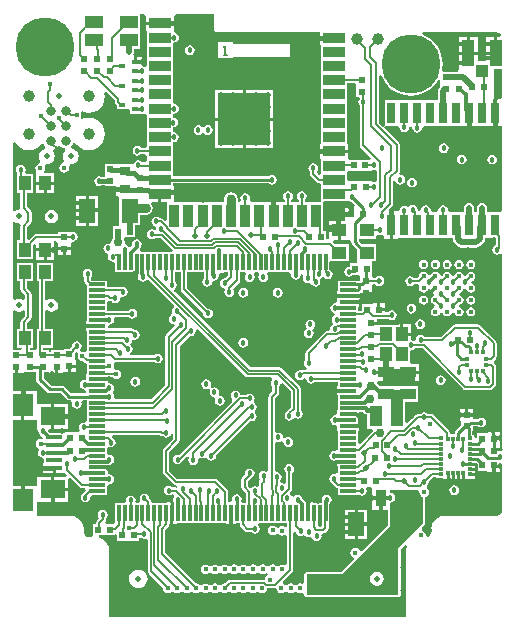
<source format=gtl>
G04*
G04 #@! TF.GenerationSoftware,Altium Limited,Altium Designer,19.1.7 (138)*
G04*
G04 Layer_Physical_Order=1*
G04 Layer_Color=255*
%FSLAX44Y44*%
%MOMM*%
G71*
G01*
G75*
%ADD11C,0.5000*%
%ADD13C,0.3000*%
%ADD14C,0.1778*%
%ADD15C,0.2540*%
%ADD16R,0.6000X0.5000*%
%ADD17R,0.9500X0.8000*%
%ADD18R,1.4000X2.0000*%
%ADD19R,1.5000X1.1000*%
%ADD20R,1.4000X0.9500*%
%ADD21R,0.9500X1.4000*%
%ADD22R,0.5000X0.6000*%
%ADD23R,1.0000X1.2000*%
%ADD24R,1.1000X1.7700*%
%ADD25R,0.6096X0.3810*%
%ADD26R,0.6096X0.3700*%
%ADD31C,0.4000*%
%ADD32R,1.8800X0.8130*%
%ADD33R,0.8130X1.8800*%
%ADD34R,4.4000X4.4000*%
%ADD35R,0.3000X1.3500*%
%ADD36R,1.3500X0.3000*%
%ADD37R,1.3000X1.1000*%
%ADD38R,1.8034X1.9050*%
%ADD39R,2.1082X1.6002*%
%ADD40R,1.3462X0.3500*%
%ADD41R,1.0414X2.2098*%
%ADD42R,0.9906X1.0414*%
%ADD65C,0.5000*%
%ADD79C,1.0000*%
%ADD80R,0.7000X1.8000*%
%ADD81R,0.8000X1.8000*%
%ADD82R,0.4500X0.3000*%
%ADD83R,0.3000X0.4500*%
%ADD84R,0.3750X0.3500*%
%ADD85R,0.3500X0.3750*%
%ADD86C,0.8382*%
%ADD87C,0.4064*%
%ADD88C,0.5080*%
%ADD89C,0.2794*%
%ADD90C,0.3500*%
%ADD91C,0.1796*%
%ADD92C,0.3810*%
%ADD93C,0.4572*%
%ADD94C,0.7620*%
%ADD95C,0.1143*%
%ADD96C,0.7500*%
%ADD97R,1.3750X0.6750*%
%ADD98R,2.6750X0.9000*%
%ADD99R,1.0668X1.1002*%
%ADD100C,5.0000*%
%ADD101C,0.4500*%
%ADD102C,0.4572*%
%ADD103C,0.7620*%
%ADD104C,0.5080*%
G36*
X91651Y465500D02*
X91858Y464459D01*
X92447Y463577D01*
X93329Y462988D01*
X94370Y462781D01*
X181172D01*
Y459528D01*
X193112D01*
Y456988D01*
X181172D01*
Y451653D01*
X181934D01*
Y441799D01*
X181934Y440375D01*
X181934Y438597D01*
Y429759D01*
X181934Y428335D01*
X181934Y426557D01*
Y417719D01*
X181934Y416295D01*
X181934Y414517D01*
Y405679D01*
X181934Y404255D01*
X181934Y402477D01*
Y393639D01*
X181934Y392215D01*
X181934Y390437D01*
Y381599D01*
X181934Y380175D01*
X181934Y378397D01*
Y368543D01*
X181172D01*
Y363208D01*
X205052D01*
Y368543D01*
X204290D01*
Y378397D01*
X204290Y379821D01*
X204290Y381599D01*
Y390437D01*
X204290Y391861D01*
X204290Y393639D01*
Y402477D01*
X204290Y403901D01*
X204290Y405679D01*
Y414517D01*
X204290Y415941D01*
X204290Y417719D01*
Y419781D01*
X210951D01*
X212222Y418222D01*
Y416778D01*
X212222Y416444D01*
Y408222D01*
X213879D01*
X214157Y407933D01*
X215070Y406430D01*
X214172Y405086D01*
X213856Y403500D01*
X214172Y401914D01*
X215070Y400570D01*
X215281Y400429D01*
Y367000D01*
X215488Y365959D01*
X216077Y365077D01*
X224586Y356568D01*
X223664Y354976D01*
X215916D01*
X215582Y354976D01*
X214138D01*
X213804Y354976D01*
X206682D01*
X205493Y355236D01*
X205052Y356534D01*
Y360668D01*
X181172D01*
Y355333D01*
X181934D01*
X181934Y342926D01*
X180156Y342190D01*
X179337Y343009D01*
X178447Y344553D01*
X179345Y345897D01*
X179661Y347483D01*
X179345Y349068D01*
X178447Y350413D01*
X177103Y351311D01*
X175517Y351626D01*
X173932Y351311D01*
X172587Y350413D01*
X171689Y349068D01*
X171374Y347483D01*
X171689Y345897D01*
X172587Y344553D01*
X172798Y344412D01*
Y342983D01*
X173005Y341942D01*
X173594Y341060D01*
X178719Y335935D01*
X178719Y335935D01*
X179601Y335346D01*
X180642Y335139D01*
X180676D01*
X181934Y333882D01*
X181934Y332015D01*
X181934Y330237D01*
Y319975D01*
X180946Y318606D01*
X172384D01*
Y318606D01*
X172030D01*
Y318606D01*
X168719D01*
Y320929D01*
X168930Y321070D01*
X169828Y322414D01*
X170144Y324000D01*
X169828Y325586D01*
X168930Y326930D01*
X167586Y327828D01*
X166000Y328144D01*
X164414Y327828D01*
X163070Y326930D01*
X162172Y325586D01*
X161856Y324000D01*
X162172Y322414D01*
X163070Y321070D01*
X163281Y320929D01*
Y318606D01*
X160344D01*
X160344Y318606D01*
X159990D01*
Y318606D01*
X158747Y318606D01*
X156969Y319044D01*
Y320929D01*
X157180Y321070D01*
X158078Y322414D01*
X158394Y324000D01*
X158078Y325586D01*
X157180Y326930D01*
X155836Y327828D01*
X154250Y328144D01*
X152664Y327828D01*
X151320Y326930D01*
X150422Y325586D01*
X150106Y324000D01*
X150422Y322414D01*
X151320Y321070D01*
X151531Y320929D01*
Y318606D01*
X148712D01*
Y319368D01*
X143377D01*
Y307428D01*
X140837D01*
Y319368D01*
X135502D01*
Y318606D01*
X124224D01*
Y318606D01*
X123870D01*
X122600Y319044D01*
X121855Y320691D01*
X122170Y322277D01*
X121855Y323862D01*
X120957Y325207D01*
X119612Y326105D01*
X118027Y326420D01*
X116441Y326105D01*
X115097Y325207D01*
X114198Y323862D01*
X113883Y322277D01*
X114137Y320998D01*
X113450Y319916D01*
X112939Y319387D01*
X111905Y319482D01*
X111684Y320177D01*
Y321589D01*
X111250Y323769D01*
X110015Y325617D01*
X108167Y326852D01*
X105987Y327286D01*
X103806Y326852D01*
X101958Y325617D01*
X100723Y323769D01*
X100289Y321589D01*
Y320177D01*
X99790Y318606D01*
X89528D01*
X88104Y318606D01*
Y318606D01*
X87750D01*
Y318606D01*
X77488D01*
X76064Y318606D01*
Y318606D01*
X75710D01*
Y318606D01*
X64024D01*
Y318606D01*
X63670D01*
Y318606D01*
X59258D01*
X57732Y319213D01*
X57732Y320384D01*
Y324548D01*
X47062D01*
Y319213D01*
X50457D01*
X51984Y318606D01*
X51984Y317435D01*
Y303371D01*
X50341Y302691D01*
X48594Y304438D01*
X47712Y305027D01*
X46671Y305234D01*
X45823D01*
X45682Y305445D01*
X44338Y306343D01*
X42752Y306658D01*
X41166Y306343D01*
X39822Y305445D01*
X38924Y304100D01*
X38609Y302515D01*
X38924Y300929D01*
X39822Y299585D01*
X41166Y298687D01*
X41743Y298572D01*
X42816Y297758D01*
X42809Y296049D01*
X42117Y295594D01*
X41177Y295187D01*
X40448Y295674D01*
X38862Y295990D01*
X37276Y295674D01*
X35932Y294776D01*
X35034Y293432D01*
X34718Y291846D01*
X35034Y290260D01*
X35932Y288916D01*
X37276Y288018D01*
X38862Y287702D01*
X40448Y288018D01*
X41537Y288746D01*
X46038D01*
X56477Y278306D01*
X55793Y276528D01*
X30040D01*
Y277290D01*
X29275D01*
X29036Y277867D01*
X28734Y279068D01*
X29338Y279971D01*
X29504Y280804D01*
X30078Y281664D01*
X30394Y283250D01*
X30078Y284836D01*
X29180Y286180D01*
X27836Y287078D01*
X26250Y287394D01*
X24664Y287078D01*
X23320Y286180D01*
X22422Y284836D01*
X22106Y283250D01*
X22277Y282393D01*
X21029Y281076D01*
X19046Y281287D01*
X18930Y281460D01*
X17586Y282358D01*
X17229Y282429D01*
X15836Y284277D01*
X15825Y284383D01*
X15948Y285000D01*
X15514Y287180D01*
X15326Y287462D01*
X16455Y288972D01*
X24528D01*
Y293124D01*
X24653Y293750D01*
Y299722D01*
X29028D01*
Y308053D01*
X34250D01*
X36430Y308486D01*
X38279Y309721D01*
X39514Y311570D01*
X39948Y313750D01*
X39514Y315930D01*
X38508Y317435D01*
X38912Y318672D01*
X39296Y319213D01*
X44522D01*
Y325818D01*
X45792D01*
Y327088D01*
X57732D01*
Y332423D01*
X56970D01*
Y334750D01*
X137674D01*
X138914Y333922D01*
X140500Y333606D01*
X142086Y333922D01*
X143430Y334820D01*
X144328Y336164D01*
X144644Y337750D01*
X144328Y339336D01*
X143430Y340680D01*
X142086Y341578D01*
X140500Y341894D01*
X138914Y341578D01*
X137998Y340966D01*
X56970D01*
Y343701D01*
X56970D01*
Y344055D01*
X56970D01*
Y354317D01*
X56970Y355741D01*
X56970Y357519D01*
Y366357D01*
X56970Y367781D01*
X56970Y369421D01*
X57500Y369856D01*
X59086Y370172D01*
X60430Y371070D01*
X61328Y372414D01*
X61644Y374000D01*
X61328Y375586D01*
X60430Y376930D01*
X59086Y377828D01*
X57500Y378144D01*
X56970Y378579D01*
X56970Y379821D01*
X56970Y381876D01*
X57250Y382106D01*
X58836Y382422D01*
X60180Y383320D01*
X61078Y384664D01*
X61394Y386250D01*
X61078Y387836D01*
X60180Y389180D01*
X58836Y390078D01*
X57250Y390394D01*
X56970Y390624D01*
X56970Y391861D01*
Y393216D01*
X57750Y393856D01*
X59336Y394172D01*
X60680Y395070D01*
X61578Y396414D01*
X61894Y398000D01*
X61578Y399586D01*
X60680Y400930D01*
X59336Y401828D01*
X57750Y402144D01*
X57505Y402345D01*
X56970Y403901D01*
Y404255D01*
X56970D01*
Y415941D01*
X56970D01*
Y416295D01*
X56970D01*
Y427981D01*
X56970D01*
Y428335D01*
X56970D01*
Y438597D01*
X56970Y440021D01*
X56970Y441799D01*
Y450637D01*
X56970Y452061D01*
Y453481D01*
X57742Y454114D01*
X59328Y454430D01*
X60672Y455328D01*
X61570Y456672D01*
X61886Y458258D01*
X61570Y459844D01*
X60672Y461188D01*
X59328Y462086D01*
X58529Y462245D01*
X57734Y463689D01*
X57732Y464079D01*
Y469028D01*
X45792D01*
X33852D01*
Y463693D01*
X34614D01*
Y453839D01*
X34614Y452415D01*
X34614Y450637D01*
Y441799D01*
X34614Y440375D01*
X34614Y438597D01*
Y434335D01*
X32836Y433385D01*
X32547Y433578D01*
X30961Y433893D01*
X30549Y434231D01*
Y436480D01*
X24961D01*
Y437751D01*
X23691D01*
Y443270D01*
X23344Y443918D01*
X23626Y444339D01*
X23961Y446024D01*
Y448722D01*
X29028D01*
Y463278D01*
X29028Y463278D01*
Y463722D01*
X29028D01*
X29028Y465056D01*
Y477781D01*
X32437D01*
X33852Y476903D01*
X33852Y476003D01*
Y471568D01*
X45792D01*
X57732D01*
Y476003D01*
X57732Y476903D01*
X59146Y477781D01*
X91651D01*
Y465500D01*
D02*
G37*
G36*
X332531Y462404D02*
X334253Y461253D01*
X334841Y460373D01*
X333891Y458595D01*
X331245D01*
Y445006D01*
X329975D01*
Y443736D01*
X322228D01*
Y438500D01*
X314772Y438500D01*
Y443736D01*
X307025D01*
X299278D01*
Y431873D01*
X298049Y429143D01*
X288050D01*
X288000Y429153D01*
X287374Y429028D01*
X285551D01*
X284450Y430424D01*
X284780Y431798D01*
X285111Y436000D01*
X284780Y440202D01*
X283796Y444301D01*
X282183Y448195D01*
X279981Y451789D01*
X277244Y454994D01*
X274039Y457731D01*
X270445Y459933D01*
X267863Y461003D01*
X268217Y462781D01*
X330500D01*
X330569Y462794D01*
X332531Y462404D01*
D02*
G37*
G36*
X335781Y407718D02*
X334003Y406040D01*
X328750D01*
X328750Y431417D01*
X335781D01*
Y407718D01*
D02*
G37*
G36*
X7531Y405279D02*
Y404000D01*
X7738Y402959D01*
X8327Y402077D01*
X9213Y401191D01*
Y397817D01*
X18865D01*
X20135Y396591D01*
Y393871D01*
X29076D01*
X29375Y393671D01*
X30961Y393356D01*
X32547Y393671D01*
X32836Y393864D01*
X34614Y392914D01*
Y392215D01*
X34614Y390437D01*
Y381599D01*
X34614Y380175D01*
X34614Y378397D01*
Y369559D01*
X34614Y368135D01*
X34614Y366244D01*
X33356Y364987D01*
X29822D01*
X29681Y365198D01*
X28337Y366096D01*
X26751Y366411D01*
X25166Y366096D01*
X23821Y365198D01*
X22923Y363853D01*
X22608Y362268D01*
X22923Y360682D01*
X23821Y359338D01*
X25166Y358439D01*
X26751Y358124D01*
X28337Y358439D01*
X29681Y359338D01*
X29822Y359548D01*
X33356D01*
X34614Y358291D01*
X34614Y356095D01*
X34614Y354395D01*
X34425Y352617D01*
X30652D01*
X30431Y352947D01*
X29087Y353845D01*
X27501Y354161D01*
X25916Y353845D01*
X24571Y352947D01*
X24072Y352199D01*
X22779Y351028D01*
X21914Y351028D01*
X9723D01*
Y351028D01*
X8528Y351028D01*
Y351028D01*
X-1028D01*
Y342806D01*
X-1028Y342472D01*
Y341028D01*
X-1551Y340505D01*
X-3805D01*
X-3914Y340578D01*
X-5500Y340894D01*
X-7086Y340578D01*
X-8430Y339680D01*
X-9328Y338336D01*
X-9644Y336750D01*
X-9328Y335164D01*
X-8430Y333820D01*
X-7086Y332922D01*
X-5500Y332606D01*
X-3914Y332922D01*
X-3805Y332995D01*
X-1028D01*
Y332472D01*
X8528Y332472D01*
X8784Y331520D01*
X16249D01*
Y328980D01*
X8959D01*
Y323710D01*
X9873D01*
X11472Y323278D01*
Y300306D01*
X11472Y299722D01*
X10188Y298528D01*
X5972D01*
Y294376D01*
X5847Y293750D01*
Y288469D01*
X4986Y287180D01*
X4552Y285000D01*
X4559Y284970D01*
X4329Y284607D01*
X3018Y283601D01*
X2032Y283798D01*
X446Y283482D01*
X-898Y282584D01*
X-1796Y281240D01*
X-2112Y279654D01*
X-1796Y278068D01*
X-898Y276724D01*
X446Y275826D01*
X740Y275767D01*
X1892Y274372D01*
X1830Y273876D01*
X1606Y272750D01*
X1922Y271164D01*
X2820Y269820D01*
X4164Y268922D01*
X5750Y268606D01*
X5944Y268645D01*
X7722Y267204D01*
Y259472D01*
X21960D01*
Y258710D01*
X26195D01*
X26615Y258244D01*
X27341Y256932D01*
X27108Y255763D01*
X27423Y254177D01*
X28321Y252833D01*
X29666Y251934D01*
X31251Y251619D01*
X32837Y251934D01*
X34181Y252833D01*
X34183Y252834D01*
X36472Y253060D01*
X57556Y231976D01*
X57330Y229687D01*
X57320Y229680D01*
X56422Y228336D01*
X56106Y226750D01*
X56324Y225655D01*
X56203Y224756D01*
X55469Y223389D01*
X54728Y222894D01*
X53830Y221550D01*
X53514Y219964D01*
X53830Y218378D01*
X54728Y217034D01*
X56072Y216136D01*
X57464Y215859D01*
X57797Y215695D01*
X58599Y214195D01*
X51297Y206893D01*
X50708Y206011D01*
X50501Y204970D01*
Y164067D01*
X38403Y151969D01*
X8120D01*
X6824Y153747D01*
X6924Y154250D01*
X6608Y155836D01*
X5710Y157180D01*
X6060Y159085D01*
X6598Y159890D01*
X6914Y161476D01*
X6598Y163062D01*
X5700Y164406D01*
X4356Y165304D01*
X2770Y165620D01*
X1540Y166629D01*
Y167980D01*
X-7750D01*
Y170520D01*
X1973D01*
X1987Y170531D01*
X1987Y170531D01*
X5973D01*
X6096Y170346D01*
X7428Y169456D01*
X9000Y169143D01*
X10572Y169456D01*
X11904Y170346D01*
X12794Y171678D01*
X13107Y173250D01*
X12794Y174822D01*
X11904Y176154D01*
X10572Y177044D01*
X9000Y177357D01*
X7890Y177136D01*
X6822Y178347D01*
X6715Y178577D01*
X6842Y178768D01*
X7155Y180340D01*
X6842Y181912D01*
X6729Y182081D01*
X7412Y183335D01*
X7775Y183717D01*
X40871D01*
X41012Y183506D01*
X42356Y182608D01*
X43942Y182292D01*
X45528Y182608D01*
X46872Y183506D01*
X47770Y184850D01*
X48086Y186436D01*
X47770Y188022D01*
X46872Y189366D01*
X45528Y190264D01*
X43942Y190580D01*
X42356Y190264D01*
X41012Y189366D01*
X40871Y189155D01*
X20882D01*
X20477Y190933D01*
X21430Y191570D01*
X22328Y192914D01*
X22644Y194500D01*
X22328Y196086D01*
X21430Y197430D01*
X20868Y198985D01*
X21236Y199535D01*
X21766Y200329D01*
X21938Y201191D01*
X22513Y202064D01*
X23778Y202500D01*
X24500Y202356D01*
X26086Y202672D01*
X27430Y203570D01*
X28328Y204914D01*
X28644Y206500D01*
X28328Y208086D01*
X27430Y209430D01*
X26086Y210328D01*
X24500Y210644D01*
X24251Y210594D01*
X23673Y211173D01*
X22791Y211762D01*
X21750Y211969D01*
X1540D01*
Y214089D01*
X2780Y215106D01*
X4366Y215422D01*
X5710Y216320D01*
X6608Y217664D01*
X6924Y219250D01*
X6824Y219753D01*
X8120Y221531D01*
X19249D01*
X19390Y221320D01*
X20734Y220422D01*
X22320Y220106D01*
X23906Y220422D01*
X25250Y221320D01*
X26148Y222664D01*
X26464Y224250D01*
X26148Y225836D01*
X25250Y227180D01*
X23906Y228078D01*
X22320Y228394D01*
X20734Y228078D01*
X19390Y227180D01*
X19249Y226969D01*
X778D01*
Y234201D01*
X2524Y235173D01*
X3564Y234966D01*
X4994D01*
X5135Y234756D01*
X6479Y233857D01*
X8065Y233542D01*
X9650Y233857D01*
X10994Y234756D01*
X11893Y236100D01*
X12199Y237639D01*
X12229Y237703D01*
X13759Y239004D01*
X14500Y238856D01*
X16086Y239172D01*
X17430Y240070D01*
X18328Y241414D01*
X18644Y243000D01*
X18328Y244586D01*
X17430Y245930D01*
X16086Y246828D01*
X14500Y247144D01*
X13437Y246932D01*
X13250Y246969D01*
X778D01*
Y252528D01*
X-12182D01*
X-12781Y253126D01*
Y255179D01*
X-12570Y255320D01*
X-11672Y256664D01*
X-11356Y258250D01*
X-11672Y259836D01*
X-12570Y261180D01*
X-13914Y262078D01*
X-15500Y262394D01*
X-17086Y262078D01*
X-18430Y261180D01*
X-19328Y259836D01*
X-19644Y258250D01*
X-19328Y256664D01*
X-18430Y255320D01*
X-18219Y255179D01*
Y252000D01*
X-18012Y250959D01*
X-17423Y250077D01*
X-16278Y248932D01*
Y240972D01*
Y230972D01*
Y218290D01*
X-17040D01*
Y215520D01*
X-7750D01*
Y212980D01*
X-17040D01*
Y210210D01*
X-16278D01*
Y205972D01*
Y193163D01*
X-18056Y192213D01*
X-18178Y192294D01*
X-19750Y192607D01*
X-20903Y192378D01*
X-21596Y194053D01*
X-21570Y194070D01*
X-20672Y195414D01*
X-20356Y197000D01*
X-20672Y198586D01*
X-21570Y199930D01*
X-22914Y200828D01*
X-24500Y201144D01*
X-26086Y200828D01*
X-27430Y199930D01*
X-28328Y198586D01*
X-28644Y197000D01*
X-28594Y196751D01*
X-29925Y195420D01*
X-30515Y194538D01*
X-30566Y194278D01*
X-35011D01*
X-35528Y194278D01*
Y194278D01*
X-36648Y193936D01*
X-36648Y193936D01*
X-46204D01*
Y192377D01*
X-48070D01*
Y193936D01*
X-53129D01*
Y195802D01*
X-44468D01*
Y211358D01*
X-51186D01*
Y217415D01*
X-51393Y218456D01*
X-51531Y218662D01*
Y226713D01*
X-50708Y227181D01*
X-49753Y227442D01*
X-48153Y226373D01*
X-45996Y225944D01*
X-43839Y226373D01*
X-42010Y227595D01*
X-40789Y229423D01*
X-40360Y231580D01*
X-40789Y233737D01*
X-42010Y235565D01*
X-43839Y236787D01*
X-45996Y237216D01*
X-48153Y236787D01*
X-49753Y235718D01*
X-50708Y235979D01*
X-51531Y236447D01*
Y243839D01*
X-51393Y244045D01*
X-51186Y245086D01*
Y251802D01*
X-44468D01*
Y267358D01*
X-58024D01*
Y251802D01*
X-56624D01*
Y245988D01*
X-56762Y245781D01*
X-56969Y244741D01*
Y217760D01*
X-56762Y216720D01*
X-56624Y216513D01*
Y211358D01*
X-58024D01*
Y202522D01*
X-58360Y202019D01*
X-58567Y200978D01*
Y195331D01*
X-59492Y193936D01*
X-60345Y193936D01*
X-64031D01*
Y195802D01*
X-61468D01*
Y211358D01*
X-66868D01*
Y216289D01*
X-63634Y219522D01*
X-63634Y219522D01*
X-63045Y220405D01*
X-62838Y221445D01*
X-62838Y221445D01*
Y241056D01*
X-62838Y241056D01*
X-63045Y242096D01*
X-63634Y242979D01*
X-63634Y242979D01*
X-66868Y246212D01*
Y251802D01*
X-61468D01*
Y267358D01*
X-75024D01*
Y251802D01*
X-72306D01*
Y245086D01*
X-72099Y244045D01*
X-71510Y243163D01*
X-68276Y239929D01*
Y236716D01*
X-68357Y236641D01*
X-70054Y235929D01*
X-71339Y236787D01*
X-73496Y237216D01*
X-75653Y236787D01*
X-77003Y235885D01*
X-78575Y236498D01*
X-78781Y236673D01*
Y301671D01*
X-78575Y301846D01*
X-77003Y302459D01*
X-75653Y301557D01*
X-73496Y301128D01*
X-73254Y301176D01*
X-72099Y299704D01*
X-72306Y298663D01*
Y286542D01*
X-75024D01*
Y270986D01*
X-61468D01*
Y282692D01*
X-60490Y283475D01*
X-58786Y282724D01*
Y280034D01*
X-51246D01*
X-43706D01*
Y286333D01*
X-41930D01*
X-40852Y284555D01*
X-40870Y284520D01*
X-40870Y283740D01*
Y280750D01*
X-35330D01*
X-29790D01*
Y283857D01*
X-28371Y285388D01*
X-28114Y285336D01*
X-26528Y285652D01*
X-25184Y286550D01*
X-24286Y287894D01*
X-23970Y289480D01*
X-24286Y291066D01*
X-25184Y292410D01*
X-26528Y293308D01*
X-28114Y293624D01*
X-28774Y293492D01*
X-30552Y293758D01*
Y293758D01*
X-40108D01*
Y291771D01*
X-59198D01*
X-59198Y291771D01*
X-60239Y291564D01*
X-61121Y290975D01*
X-61121Y290975D01*
X-65090Y287006D01*
X-66868Y287662D01*
Y297537D01*
X-63577Y300827D01*
X-63577Y300827D01*
X-62988Y301709D01*
X-62781Y302750D01*
Y310000D01*
X-62988Y311041D01*
X-63577Y311923D01*
X-63577Y311923D01*
X-66868Y315213D01*
Y326986D01*
X-61468D01*
Y342542D01*
X-67762D01*
X-68649Y344320D01*
X-68228Y344950D01*
X-67912Y346536D01*
X-68228Y348122D01*
X-69126Y349466D01*
X-70470Y350364D01*
X-72056Y350680D01*
X-73642Y350364D01*
X-74986Y349466D01*
X-75884Y348122D01*
X-76200Y346536D01*
X-75884Y344950D01*
X-75368Y344178D01*
X-75024Y342542D01*
X-75024Y342542D01*
X-75024Y342542D01*
Y326986D01*
X-72306D01*
Y314087D01*
X-72283Y313972D01*
X-73456Y312452D01*
X-73640Y312372D01*
X-75653Y311971D01*
X-77003Y311069D01*
X-78575Y311682D01*
X-78781Y311857D01*
Y368951D01*
X-78211Y369238D01*
X-77003Y369426D01*
X-75047Y366877D01*
X-72195Y364689D01*
X-68874Y363313D01*
X-65310Y362844D01*
X-61746Y363313D01*
X-58425Y364689D01*
X-55573Y366877D01*
X-54546Y368215D01*
X-54219Y368270D01*
X-52559Y367883D01*
X-52140Y366869D01*
X-51446Y365965D01*
X-51716Y364660D01*
X-51816Y364400D01*
X-52091Y364013D01*
X-53464Y363443D01*
X-54871Y362365D01*
X-55950Y360959D01*
X-56628Y359321D01*
X-56859Y357564D01*
X-56628Y355807D01*
X-55950Y354169D01*
X-55466Y353540D01*
X-55488Y353307D01*
X-56295Y351700D01*
X-57198Y351520D01*
X-58530Y350630D01*
X-59420Y349298D01*
X-59733Y347726D01*
X-59420Y346154D01*
X-58704Y345082D01*
X-58786Y343304D01*
X-58786Y342855D01*
Y336034D01*
X-51246D01*
X-43706D01*
Y343304D01*
X-51793D01*
X-52253Y344055D01*
X-52548Y345082D01*
X-51832Y346154D01*
X-51519Y347726D01*
X-51832Y349298D01*
X-50739Y350863D01*
X-50070Y350775D01*
X-48313Y351006D01*
X-46675Y351684D01*
X-45269Y352763D01*
X-44191Y354169D01*
X-43512Y355807D01*
X-43281Y357564D01*
X-43512Y359321D01*
X-44191Y360959D01*
X-44884Y361863D01*
X-44614Y363168D01*
X-44514Y363428D01*
X-44239Y363815D01*
X-42865Y364384D01*
X-41459Y365463D01*
X-40503Y366710D01*
X-39742Y366865D01*
X-38462Y366856D01*
X-37863Y365961D01*
X-35889Y364641D01*
X-34789Y364423D01*
X-34346Y362522D01*
X-34551Y362365D01*
X-35629Y360959D01*
X-36308Y359321D01*
X-36539Y357564D01*
X-36308Y355807D01*
X-35629Y354169D01*
X-35347Y353801D01*
X-36151Y351928D01*
X-36822Y351794D01*
X-38154Y350904D01*
X-39044Y349572D01*
X-39357Y348000D01*
X-39044Y346428D01*
X-38154Y345096D01*
X-36822Y344206D01*
X-35250Y343893D01*
X-33678Y344206D01*
X-32346Y345096D01*
X-31456Y346428D01*
X-31143Y348000D01*
X-31381Y349196D01*
X-30654Y350347D01*
X-30157Y350829D01*
X-29750Y350775D01*
X-27993Y351006D01*
X-26355Y351684D01*
X-24949Y352763D01*
X-23870Y354169D01*
X-23192Y355807D01*
X-22961Y357564D01*
X-23192Y359321D01*
X-23870Y360959D01*
X-24949Y362365D01*
X-26355Y363443D01*
X-27993Y364122D01*
X-28674Y364211D01*
X-29071Y365405D01*
X-29182Y366072D01*
X-27937Y367935D01*
X-27806Y368595D01*
X-25905Y369038D01*
X-24247Y366877D01*
X-21395Y364689D01*
X-18074Y363313D01*
X-14510Y362844D01*
X-10946Y363313D01*
X-7625Y364689D01*
X-4773Y366877D01*
X-2585Y369729D01*
X-1209Y373050D01*
X-740Y376614D01*
X-1209Y380178D01*
X-2585Y383499D01*
X-4773Y386351D01*
X-7625Y388539D01*
X-10946Y389915D01*
X-14510Y390384D01*
X-18074Y389915D01*
X-20269Y389006D01*
X-21448Y390442D01*
X-20956Y391178D01*
X-20643Y392750D01*
X-20956Y394322D01*
X-20965Y394336D01*
X-19787Y395772D01*
X-18074Y395063D01*
X-14510Y394594D01*
X-10946Y395063D01*
X-7625Y396439D01*
X-4773Y398627D01*
X-2585Y401479D01*
X-1209Y404800D01*
X-740Y408364D01*
X-1145Y411440D01*
X381Y412362D01*
X434Y412376D01*
X7531Y405279D01*
D02*
G37*
G36*
X330770Y382960D02*
X335540D01*
X335781Y381282D01*
Y311641D01*
X334003Y310278D01*
X322903D01*
Y313750D01*
X322567Y315435D01*
X321613Y316863D01*
X320185Y317817D01*
X318500Y318153D01*
X316815Y317817D01*
X315387Y316863D01*
X314433Y315435D01*
X314097Y313750D01*
Y310278D01*
X311903D01*
Y313750D01*
X311567Y315435D01*
X310613Y316863D01*
X309185Y317817D01*
X307500Y318153D01*
X305815Y317817D01*
X304387Y316863D01*
X303433Y315435D01*
X303097Y313750D01*
Y310278D01*
X291114D01*
X289644Y312000D01*
X289328Y313586D01*
X288430Y314930D01*
X287086Y315828D01*
X285500Y316144D01*
X283914Y315828D01*
X282570Y314930D01*
X281672Y313586D01*
X281356Y312000D01*
X279886Y310278D01*
X276116D01*
X275109Y311826D01*
X275144Y312000D01*
X274828Y313586D01*
X273930Y314930D01*
X272586Y315828D01*
X271000Y316144D01*
X269414Y315828D01*
X268070Y314930D01*
X267172Y313586D01*
X266953Y312486D01*
X265293Y311441D01*
X264249Y311684D01*
X263923Y312173D01*
X263844Y312251D01*
X263894Y312500D01*
X263578Y314086D01*
X262680Y315430D01*
X261336Y316328D01*
X259750Y316644D01*
X258164Y316328D01*
X256991Y315544D01*
X255430Y314680D01*
X254086Y315578D01*
X252500Y315894D01*
X250914Y315578D01*
X249570Y314680D01*
X248672Y313336D01*
X248491Y312424D01*
X247892Y311553D01*
X246685Y311040D01*
X242770D01*
Y299500D01*
Y287960D01*
X247540D01*
Y288722D01*
X293557D01*
Y287726D01*
X293893Y286041D01*
X294847Y284613D01*
X297823Y281637D01*
X299251Y280683D01*
X300936Y280347D01*
X313750D01*
X315435Y280683D01*
X316863Y281637D01*
X320153Y284927D01*
X321107Y286355D01*
X321443Y288040D01*
Y288722D01*
X330476D01*
Y282490D01*
X329664Y282328D01*
X328320Y281430D01*
X327422Y280086D01*
X327106Y278500D01*
X327422Y276914D01*
X328320Y275570D01*
X329664Y274672D01*
X331250Y274356D01*
X332836Y274672D01*
X334003Y275452D01*
X334821Y275248D01*
X335781Y274765D01*
X335781Y109653D01*
X334003Y108535D01*
X333540Y108758D01*
Y113210D01*
Y117480D01*
X328500D01*
Y118750D01*
X327230D01*
Y124290D01*
X323460D01*
Y124290D01*
X322778Y123528D01*
X314222D01*
Y119681D01*
X313806Y119358D01*
X312028Y120229D01*
Y122078D01*
X310358D01*
Y124722D01*
X310528D01*
Y129142D01*
X315086D01*
X316164Y128422D01*
X317750Y128106D01*
X319336Y128422D01*
X320680Y129320D01*
X321578Y130664D01*
X321894Y132250D01*
X321578Y133836D01*
X320680Y135180D01*
X319336Y136078D01*
X317750Y136394D01*
X316164Y136078D01*
X315086Y135358D01*
X311290D01*
Y137730D01*
X305750D01*
X300210D01*
Y133960D01*
X300210D01*
X300972Y133278D01*
Y130367D01*
X296182Y125577D01*
X295509Y124569D01*
X295272Y123380D01*
Y122278D01*
X291658D01*
Y123597D01*
X291451Y124638D01*
X290862Y125520D01*
X290862Y125520D01*
X277553Y138829D01*
X276671Y139418D01*
X275630Y139625D01*
X272565D01*
X272424Y139836D01*
X271080Y140734D01*
X269494Y141050D01*
X267908Y140734D01*
X266564Y139836D01*
X266423Y139625D01*
X264231D01*
X264231Y139625D01*
X263191Y139418D01*
X262309Y138829D01*
X262309Y138829D01*
X255171Y131691D01*
X253528Y132371D01*
Y140178D01*
X253612Y140600D01*
Y149762D01*
X264696D01*
Y162818D01*
X247140D01*
Y162818D01*
X245924D01*
Y162818D01*
X231909D01*
X229363Y165363D01*
X229310Y165399D01*
X229094Y165722D01*
X230044Y167500D01*
X235876D01*
Y174790D01*
X238416D01*
Y167500D01*
X254648D01*
Y174790D01*
X255918D01*
Y176060D01*
X265458D01*
Y182080D01*
X258894D01*
X257278Y182472D01*
Y192498D01*
X258652Y193626D01*
X258750Y193606D01*
X260336Y193922D01*
X261680Y194820D01*
X261821Y195031D01*
X268124D01*
X302390Y160764D01*
X303272Y160175D01*
X304313Y159968D01*
X325437D01*
X326478Y160175D01*
X327360Y160764D01*
X329964Y163368D01*
X330553Y164250D01*
X330760Y165291D01*
Y179209D01*
X330553Y180250D01*
X329964Y181132D01*
X328605Y182491D01*
X328320Y183848D01*
X328637Y184792D01*
X330173Y186327D01*
X330762Y187209D01*
X330969Y188250D01*
Y199750D01*
X330969Y199750D01*
X330762Y200791D01*
X330173Y201673D01*
X330173Y201673D01*
X317173Y214673D01*
X316291Y215262D01*
X315250Y215469D01*
X295500D01*
X294459Y215262D01*
X293577Y214673D01*
X283883Y204979D01*
X269834D01*
X269693Y205190D01*
X268349Y206088D01*
X266763Y206404D01*
X265177Y206088D01*
X263833Y205190D01*
X262935Y203846D01*
X262619Y202260D01*
X262622Y202247D01*
X262573Y202138D01*
X261035Y201111D01*
X260336Y201578D01*
X258750Y201894D01*
X258040Y202476D01*
Y205980D01*
X250500D01*
Y207250D01*
X249230D01*
Y215790D01*
X242960D01*
Y215028D01*
X230722D01*
X230587Y215230D01*
X224250D01*
Y217770D01*
X229790D01*
Y220122D01*
X239617D01*
X240664Y219422D01*
X242250Y219106D01*
X243836Y219422D01*
X245180Y220320D01*
X246078Y221664D01*
X246394Y223250D01*
X246078Y224836D01*
X245180Y226180D01*
X243836Y227078D01*
X242250Y227394D01*
X240664Y227078D01*
X239320Y226180D01*
X238906Y225560D01*
X236290D01*
Y226730D01*
X231250D01*
Y228000D01*
X229980D01*
Y233540D01*
X226210D01*
Y233540D01*
X225528Y232778D01*
X216972D01*
Y227568D01*
X216374Y226969D01*
X213278D01*
Y230210D01*
X214040D01*
Y232980D01*
X204750D01*
Y235520D01*
X214179D01*
X214710Y236710D01*
X218980D01*
Y241750D01*
X220250D01*
Y243020D01*
X225790D01*
Y246790D01*
X225790D01*
X225288Y247753D01*
X226060Y249531D01*
X228172D01*
X228416Y249166D01*
X229831Y248220D01*
X231500Y247888D01*
X233169Y248220D01*
X234584Y249166D01*
X235530Y250581D01*
X235862Y252250D01*
X235530Y253919D01*
X234584Y255334D01*
X233169Y256280D01*
X231500Y256612D01*
X229831Y256280D01*
X228416Y255334D01*
X228172Y254969D01*
X226367D01*
X226234Y255075D01*
X225153Y256747D01*
X225278Y257472D01*
X225278D01*
X225278Y257702D01*
Y267028D01*
X225278D01*
X225491Y268718D01*
X229074D01*
Y283274D01*
X216913D01*
X214247Y285940D01*
X214444Y287718D01*
X229074D01*
Y290096D01*
X230494Y291056D01*
X230852Y291134D01*
X232250Y290856D01*
X233682Y291141D01*
X233931Y291110D01*
X235460Y290119D01*
Y287960D01*
X240230D01*
Y299500D01*
Y312066D01*
X239975Y312683D01*
X242673Y315381D01*
X242673Y315381D01*
X243262Y316263D01*
X243469Y317304D01*
X243469Y317304D01*
Y336866D01*
X245247Y337042D01*
X245422Y336164D01*
X246320Y334820D01*
X247664Y333922D01*
X249250Y333606D01*
X250836Y333922D01*
X252180Y334820D01*
X253078Y336164D01*
X253394Y337750D01*
X253078Y339336D01*
X252180Y340680D01*
X250836Y341578D01*
X249250Y341894D01*
X249188Y341881D01*
X248312Y343520D01*
X248423Y343631D01*
X248423Y343631D01*
X249012Y344513D01*
X249219Y345554D01*
Y367250D01*
X249012Y368291D01*
X248423Y369173D01*
X248423Y369173D01*
X235248Y382347D01*
X236388Y383722D01*
X247248D01*
X248376Y382348D01*
X248356Y382250D01*
X248672Y380664D01*
X249570Y379320D01*
X250914Y378422D01*
X252500Y378106D01*
X254086Y378422D01*
X255430Y379320D01*
X256328Y380664D01*
X256644Y382250D01*
X258353Y382422D01*
X258991Y382428D01*
X259356Y382000D01*
X259672Y380414D01*
X260570Y379070D01*
X261914Y378172D01*
X263500Y377856D01*
X265086Y378172D01*
X266430Y379070D01*
X267328Y380414D01*
X267644Y382000D01*
X269114Y383722D01*
X300960D01*
Y382960D01*
X306230D01*
Y394500D01*
X308770D01*
Y382960D01*
X314040D01*
Y383722D01*
X323460D01*
Y382960D01*
X328230D01*
Y394500D01*
X330770D01*
Y382960D01*
D02*
G37*
G36*
X234317Y423806D02*
X236519Y420212D01*
X239257Y417007D01*
X242462Y414269D01*
X246056Y412067D01*
X249950Y410454D01*
X254048Y409470D01*
X258250Y409139D01*
X262452Y409470D01*
X266551Y410454D01*
X270445Y412067D01*
X274039Y414269D01*
X277244Y417007D01*
X279981Y420212D01*
X281401Y422530D01*
X283018Y422039D01*
X283222Y420472D01*
Y419028D01*
X283222D01*
X283222Y418694D01*
Y416618D01*
X282387Y415783D01*
X281432Y414355D01*
X281097Y412670D01*
Y405278D01*
X236222D01*
Y383888D01*
X234847Y382748D01*
X231469Y386126D01*
Y426035D01*
X233247Y426388D01*
X234317Y423806D01*
D02*
G37*
G36*
X226802Y346054D02*
X227503Y346194D01*
X229281Y344991D01*
Y337339D01*
X227503Y336044D01*
X227000Y336144D01*
X226056Y335956D01*
X224278Y336778D01*
Y336778D01*
X215722D01*
Y336778D01*
X214278D01*
Y336778D01*
X206068D01*
X205722Y336778D01*
X204290Y337612D01*
X204290Y344248D01*
X205582Y345420D01*
X213804D01*
X214138Y345420D01*
X215582D01*
X215916Y345420D01*
X224138D01*
Y345420D01*
X225916Y346231D01*
X226802Y346054D01*
D02*
G37*
G36*
X204290Y319975D02*
X206045Y319920D01*
X207164Y319172D01*
X208436Y318919D01*
X211241Y316114D01*
X210504Y314336D01*
X209098D01*
Y308796D01*
X207828D01*
Y307526D01*
X202788D01*
X202788Y303256D01*
X201101Y303036D01*
X199066D01*
Y294996D01*
Y286956D01*
X206114D01*
X206836Y286956D01*
X207892Y285616D01*
Y284792D01*
X208129Y283603D01*
X208803Y282595D01*
X212518Y278879D01*
Y268806D01*
X212518Y268718D01*
X212305Y267028D01*
X206722D01*
Y264741D01*
X206010Y264156D01*
X204424Y263841D01*
X203080Y262943D01*
X202182Y261598D01*
X201866Y260013D01*
X202182Y258427D01*
X203080Y257083D01*
X204424Y256185D01*
X206010Y255869D01*
X207596Y256185D01*
X208940Y257083D01*
X209081Y257294D01*
X210401D01*
X211298Y257472D01*
X214666D01*
X215436Y256093D01*
X215472Y255774D01*
Y252367D01*
X215463Y252358D01*
X213278D01*
Y252528D01*
X196222D01*
Y243290D01*
X195460D01*
Y240520D01*
X204750D01*
Y237980D01*
X195460D01*
Y234411D01*
X194220Y233394D01*
X192634Y233078D01*
X191290Y232180D01*
X190392Y230836D01*
X190076Y229250D01*
X190392Y227664D01*
X191290Y226320D01*
X192634Y225422D01*
X192883Y225372D01*
X194237Y223438D01*
X194238Y223428D01*
X194158Y223101D01*
X194042Y223078D01*
X192698Y222180D01*
X191800Y220836D01*
X191484Y219250D01*
X191800Y217664D01*
X192288Y216933D01*
X192407Y215776D01*
X191855Y214745D01*
X191126Y214258D01*
X190228Y212914D01*
X189912Y211328D01*
X188443Y209602D01*
X187389D01*
X186348Y209395D01*
X185466Y208806D01*
X169827Y193167D01*
X169238Y192285D01*
X169031Y191244D01*
Y185571D01*
X168820Y185430D01*
X167922Y184086D01*
X167606Y182500D01*
X167922Y180914D01*
X168820Y179570D01*
X170051Y178747D01*
X170070Y178617D01*
X169084Y176969D01*
X166741D01*
X166741Y176969D01*
X165700Y176762D01*
X165212Y176436D01*
X164338Y176610D01*
X162752Y176294D01*
X161408Y175396D01*
X160510Y174052D01*
X160194Y172466D01*
X160510Y170880D01*
X161408Y169536D01*
X162752Y168638D01*
X164338Y168322D01*
X165924Y168638D01*
X167268Y169536D01*
X167539Y169942D01*
X167935Y169928D01*
X169615Y169258D01*
X169930Y167673D01*
X170828Y166328D01*
X172173Y165430D01*
X173759Y165115D01*
X175344Y165430D01*
X176688Y166328D01*
X176826Y166535D01*
X196222D01*
Y163290D01*
X195460D01*
Y160520D01*
X204750D01*
Y157980D01*
X195460D01*
Y155210D01*
X196222D01*
Y143290D01*
X195460D01*
Y139411D01*
X194220Y138394D01*
X192634Y138078D01*
X191290Y137180D01*
X190392Y135836D01*
X190076Y134250D01*
X190392Y132664D01*
X191290Y131320D01*
X192634Y130422D01*
X194220Y130106D01*
X195460Y129089D01*
Y125210D01*
X196222D01*
Y120972D01*
Y109003D01*
X195806Y108650D01*
X194444Y107906D01*
X193250Y108144D01*
X191664Y107828D01*
X190320Y106930D01*
X189422Y105586D01*
X189106Y104000D01*
X189422Y102414D01*
X190320Y101070D01*
X191664Y100172D01*
X193250Y99856D01*
X193682Y99942D01*
X195460Y98613D01*
Y95210D01*
X196222D01*
Y89790D01*
X195726Y89356D01*
X194444Y88656D01*
X193250Y88894D01*
X191664Y88578D01*
X190320Y87680D01*
X189422Y86336D01*
X189106Y84750D01*
X189422Y83164D01*
X190320Y81820D01*
X191032Y81344D01*
X191327Y80902D01*
X194902Y77327D01*
X195784Y76738D01*
X196222Y76651D01*
Y70972D01*
X213278D01*
X213278Y70972D01*
Y70972D01*
X213278Y70972D01*
X214938Y70686D01*
X215076Y70594D01*
X216662Y70278D01*
X218248Y70594D01*
X219592Y71492D01*
X220490Y72836D01*
X220806Y74422D01*
X220490Y76008D01*
X220366Y76194D01*
X221316Y77972D01*
X223278D01*
Y77972D01*
X223861D01*
X225460Y76500D01*
Y69270D01*
X232750D01*
Y68000D01*
X234020D01*
Y58460D01*
X239187D01*
Y45751D01*
X216881Y23445D01*
X216217Y23491D01*
X214823Y23902D01*
X214152Y24906D01*
X212820Y25796D01*
X211248Y26109D01*
X209677Y25796D01*
X208344Y24906D01*
X207454Y23573D01*
X207141Y22002D01*
X207454Y20430D01*
X208344Y19098D01*
X209349Y18427D01*
X209759Y17033D01*
X209805Y16369D01*
X198999Y5563D01*
X169926Y5563D01*
X169232Y5425D01*
X168644Y5032D01*
X168251Y4444D01*
X168113Y3750D01*
Y-3429D01*
X166335Y-4380D01*
X166065Y-4199D01*
X164494Y-3887D01*
X162922Y-4199D01*
X161590Y-5089D01*
X161563Y-5130D01*
X159424D01*
X159397Y-5089D01*
X158065Y-4199D01*
X156494Y-3887D01*
X154922Y-4199D01*
X153589Y-5089D01*
X153563Y-5130D01*
X151424D01*
X151397Y-5089D01*
X150422Y-4438D01*
X150007Y-2989D01*
X149977Y-2369D01*
X157901Y5555D01*
X157901Y5555D01*
X158490Y6437D01*
X158697Y7478D01*
X158697Y7478D01*
Y38523D01*
X160475Y39530D01*
X160927Y39258D01*
X161018Y38800D01*
X161916Y37456D01*
X163260Y36558D01*
X164846Y36242D01*
X166432Y36558D01*
X166780Y36790D01*
X167803Y37433D01*
X169058Y36337D01*
X169070Y36320D01*
X170414Y35422D01*
X172000Y35106D01*
X172770Y35259D01*
X174708Y34628D01*
X175607Y33284D01*
X176951Y32385D01*
X178537Y32070D01*
X180122Y32385D01*
X181467Y33284D01*
X182365Y34628D01*
X182680Y36214D01*
X182523Y37003D01*
X183685Y38781D01*
X184250D01*
X185291Y38988D01*
X186173Y39577D01*
X187851Y41255D01*
X188440Y42137D01*
X188647Y43178D01*
Y46972D01*
X189278D01*
Y55177D01*
X189342Y55500D01*
Y63601D01*
X190128Y64126D01*
X191026Y65470D01*
X191342Y67056D01*
X191026Y68642D01*
X190128Y69986D01*
X188784Y70884D01*
X187198Y71200D01*
X185612Y70884D01*
X184268Y69986D01*
X183370Y68642D01*
X183138Y67474D01*
X182912Y67137D01*
X182658Y65858D01*
Y64028D01*
X175040D01*
Y64790D01*
X172270D01*
Y55500D01*
X169730D01*
Y64790D01*
X169056D01*
X168363Y65827D01*
X166597Y67593D01*
X166388Y68642D01*
X165490Y69986D01*
X164146Y70884D01*
X162560Y71200D01*
X160974Y70884D01*
X159630Y69986D01*
X159177Y69308D01*
X157290Y69684D01*
X157244Y69912D01*
X156346Y71256D01*
X156165Y73515D01*
X157117Y74467D01*
X157706Y75350D01*
X157913Y76390D01*
Y89893D01*
X158124Y90034D01*
X159022Y91378D01*
X159338Y92964D01*
X159022Y94550D01*
X158124Y95894D01*
X156780Y96792D01*
X155194Y97108D01*
X153608Y96792D01*
X152264Y95894D01*
X151366Y94550D01*
X151050Y92964D01*
X151366Y91378D01*
X152264Y90034D01*
X152475Y89893D01*
Y81463D01*
X150697Y80513D01*
X150593Y80582D01*
X149007Y80897D01*
X148851Y80866D01*
X148198Y81402D01*
X147687Y83074D01*
X148585Y84418D01*
X148901Y86004D01*
X148585Y87590D01*
X147687Y88934D01*
X146343Y89832D01*
X144757Y90148D01*
X143054Y91622D01*
Y114609D01*
X143582Y115057D01*
X144832Y115733D01*
X146050Y115490D01*
X147636Y115806D01*
X148600Y116450D01*
X149783Y116011D01*
X149977Y115908D01*
X150327Y115629D01*
X150604Y114238D01*
X151502Y112894D01*
X152846Y111996D01*
X154432Y111680D01*
X156018Y111996D01*
X157362Y112894D01*
X158260Y114238D01*
X158576Y115824D01*
X158260Y117410D01*
X157362Y118754D01*
X156018Y119652D01*
X154432Y119968D01*
X152846Y119652D01*
X151882Y119008D01*
X150699Y119446D01*
X150505Y119550D01*
X150155Y119829D01*
X149878Y121220D01*
X148980Y122564D01*
X147636Y123462D01*
X146050Y123778D01*
X144832Y123535D01*
X143582Y124211D01*
X143054Y124658D01*
Y152925D01*
X145680Y155550D01*
X146269Y156432D01*
X146476Y157473D01*
Y162937D01*
X146687Y163078D01*
X147585Y164422D01*
X147690Y164950D01*
X149619Y165535D01*
X156793Y158362D01*
Y145144D01*
X153525Y141877D01*
X153101Y141241D01*
X152518Y140852D01*
X151620Y139508D01*
X151304Y137922D01*
X151620Y136336D01*
X152518Y134992D01*
X153862Y134094D01*
X155448Y133778D01*
X157034Y134094D01*
X158378Y134992D01*
X158673Y135434D01*
X159312Y136327D01*
X160952Y135887D01*
X160974Y135872D01*
X162560Y135556D01*
X164146Y135872D01*
X165490Y136770D01*
X166388Y138114D01*
X166704Y139700D01*
X166388Y141286D01*
X165490Y142630D01*
X165279Y142771D01*
Y160751D01*
X165072Y161791D01*
X164483Y162673D01*
X148957Y178199D01*
X148075Y178788D01*
X147035Y178995D01*
X122538D01*
X57928Y243605D01*
X58335Y245713D01*
X58930Y246110D01*
X59828Y247454D01*
X60144Y249040D01*
X59828Y250626D01*
X58930Y251970D01*
X58719Y252111D01*
Y259472D01*
X63272D01*
Y245250D01*
X63479Y244206D01*
X64071Y243321D01*
X82404Y224988D01*
X82356Y224750D01*
X82672Y223164D01*
X83570Y221820D01*
X84914Y220922D01*
X86500Y220606D01*
X88086Y220922D01*
X89430Y221820D01*
X90328Y223164D01*
X90644Y224750D01*
X90328Y226336D01*
X89430Y227680D01*
X88086Y228578D01*
X86500Y228894D01*
X86262Y228846D01*
X68728Y246380D01*
Y259472D01*
X83031D01*
Y254571D01*
X82820Y254430D01*
X81922Y253086D01*
X81606Y251500D01*
X81922Y249914D01*
X82820Y248570D01*
X84164Y247672D01*
X85750Y247356D01*
X87336Y247672D01*
X88680Y248570D01*
X89578Y249914D01*
X89894Y251500D01*
X91501Y252367D01*
X91532Y252374D01*
X93090Y252684D01*
X94434Y253582D01*
X95333Y254927D01*
X95648Y256513D01*
X95565Y256932D01*
X96899Y258710D01*
X100040D01*
Y259472D01*
X103281D01*
Y256732D01*
X100833Y254284D01*
X100584Y254334D01*
X98998Y254018D01*
X97654Y253120D01*
X96756Y251776D01*
X96440Y250190D01*
X96756Y248604D01*
X97654Y247260D01*
X98998Y246362D01*
X99646Y246233D01*
X100560Y244422D01*
X100559Y244376D01*
X100250Y242824D01*
X100566Y241238D01*
X101464Y239894D01*
X102808Y238996D01*
X104394Y238680D01*
X105980Y238996D01*
X107324Y239894D01*
X108222Y241238D01*
X108538Y242824D01*
X108222Y244410D01*
X107542Y245428D01*
X112923Y250809D01*
X113512Y251691D01*
X113719Y252732D01*
Y259472D01*
X117673D01*
X118578Y257694D01*
X118172Y257086D01*
X117856Y255500D01*
X118172Y253914D01*
X119070Y252570D01*
X120414Y251672D01*
X122000Y251356D01*
X123586Y251672D01*
X124930Y252570D01*
X125828Y253914D01*
X126144Y255500D01*
X125828Y257086D01*
X125422Y257694D01*
X126327Y259472D01*
X128923D01*
X129828Y257694D01*
X129422Y257086D01*
X129106Y255500D01*
X129422Y253914D01*
X130320Y252570D01*
X131664Y251672D01*
X133250Y251356D01*
X134836Y251672D01*
X136180Y252570D01*
X137078Y253914D01*
X137394Y255500D01*
X137078Y257086D01*
X136672Y257694D01*
X137577Y259472D01*
X155474D01*
X156901Y257694D01*
X156856Y257470D01*
X157172Y255884D01*
X158070Y254540D01*
X159414Y253642D01*
X161000Y253326D01*
X162586Y253642D01*
X163930Y254540D01*
X164828Y255884D01*
X165144Y257470D01*
X165400Y257783D01*
X166019Y257687D01*
X166735Y256615D01*
X167017Y255732D01*
X166772Y254500D01*
X167088Y252914D01*
X167986Y251570D01*
X169330Y250672D01*
X170916Y250356D01*
X171775Y250527D01*
X173718Y249874D01*
X174616Y248530D01*
X175960Y247632D01*
X177546Y247316D01*
X179132Y247632D01*
X180476Y248530D01*
X181374Y249874D01*
X181690Y251460D01*
X181374Y253046D01*
X182434Y254490D01*
X183778Y255388D01*
X184691D01*
X185030Y254880D01*
X186374Y253982D01*
X187960Y253666D01*
X189546Y253982D01*
X190890Y254880D01*
X191788Y256224D01*
X192104Y257810D01*
X191788Y259396D01*
X190890Y260740D01*
X189546Y261638D01*
X189278Y261691D01*
Y267039D01*
X189518Y268718D01*
X206074D01*
Y283274D01*
X194364D01*
X192460Y285178D01*
X193196Y286956D01*
X196526D01*
Y293726D01*
X188756D01*
Y288801D01*
X187781Y288107D01*
X186978Y287914D01*
X186596Y288201D01*
Y294528D01*
X184122D01*
Y304252D01*
X184070Y304515D01*
Y318606D01*
X185057Y319975D01*
X204290D01*
Y319975D01*
D02*
G37*
G36*
X118227Y171305D02*
X119109Y170716D01*
X120149Y170509D01*
X139977D01*
X140451Y169632D01*
X140688Y168731D01*
X139929Y167594D01*
X139613Y166008D01*
X139929Y164422D01*
X140827Y163078D01*
X141038Y162937D01*
Y158599D01*
X138412Y155974D01*
X137823Y155092D01*
X137616Y154051D01*
Y91344D01*
X135838Y90488D01*
X135170Y90934D01*
X133584Y91250D01*
X131998Y90934D01*
X130654Y90036D01*
X129756Y88692D01*
X129440Y87106D01*
X129756Y85520D01*
X130654Y84176D01*
X130083Y82516D01*
X129822Y82125D01*
X129615Y81084D01*
Y78869D01*
X127837Y77918D01*
X127592Y78082D01*
X126006Y78397D01*
X124420Y78082D01*
X123076Y77184D01*
X121646Y77043D01*
X120219Y78470D01*
Y82874D01*
X122938Y85593D01*
X123336Y85672D01*
X124680Y86570D01*
X125578Y87914D01*
X125894Y89500D01*
X125578Y91086D01*
X124680Y92430D01*
X123336Y93328D01*
X121750Y93644D01*
X120164Y93328D01*
X118820Y92430D01*
X117922Y91086D01*
X117606Y89500D01*
X117863Y88209D01*
X115577Y85923D01*
X114988Y85041D01*
X114781Y84000D01*
Y77344D01*
X114988Y76303D01*
X115577Y75421D01*
X118281Y72717D01*
Y64028D01*
X115454D01*
X114509Y65806D01*
X114584Y65918D01*
X114899Y67503D01*
X114584Y69089D01*
X113685Y70433D01*
X112341Y71332D01*
X110755Y71647D01*
X109170Y71332D01*
X107825Y70433D01*
X106927Y69089D01*
X106612Y67503D01*
X106798Y66568D01*
X105705Y64790D01*
X103719D01*
Y73688D01*
X103512Y74729D01*
X102923Y75611D01*
X102923Y75611D01*
X94611Y83923D01*
X93729Y84512D01*
X92688Y84719D01*
X60376D01*
X53719Y91376D01*
Y107374D01*
X61673Y115327D01*
X61673Y115327D01*
X62262Y116209D01*
X62469Y117250D01*
X62469Y117250D01*
Y196992D01*
X71235Y205758D01*
X72000Y205606D01*
X73586Y205922D01*
X74930Y206820D01*
X75828Y208164D01*
X76144Y209750D01*
X77585Y211535D01*
X77936Y211596D01*
X118227Y171305D01*
D02*
G37*
G36*
X-75653Y226373D02*
X-73496Y225944D01*
X-71339Y226373D01*
X-70054Y227231D01*
X-68357Y226519D01*
X-68276Y226444D01*
Y222572D01*
X-71510Y219338D01*
X-72099Y218456D01*
X-72306Y217415D01*
Y211358D01*
X-75024D01*
Y195802D01*
X-71218D01*
X-71195Y195714D01*
X-72570Y193936D01*
X-78781D01*
Y226487D01*
X-78575Y226662D01*
X-77003Y227275D01*
X-75653Y226373D01*
D02*
G37*
G36*
X-24196Y192296D02*
X-23282Y190465D01*
X-23544Y190072D01*
X-23857Y188500D01*
X-23544Y186928D01*
X-22654Y185596D01*
X-21322Y184706D01*
X-19750Y184393D01*
X-19532Y184436D01*
X-18121Y183026D01*
X-17239Y182436D01*
X-16278Y182245D01*
Y173290D01*
X-17040D01*
Y169004D01*
X-17784Y168394D01*
X-19370Y168078D01*
X-20714Y167180D01*
X-21612Y165836D01*
X-21928Y164250D01*
X-21612Y162664D01*
X-20714Y161320D01*
X-19370Y160422D01*
X-17784Y160106D01*
X-16444Y158964D01*
X-16508Y157358D01*
X-29519D01*
X-34632Y162472D01*
X-35641Y163145D01*
X-36830Y163382D01*
X-46211D01*
X-52740Y169911D01*
Y175380D01*
X-48428Y175380D01*
X-46966Y174618D01*
X-46607Y174618D01*
X-42696D01*
Y179658D01*
X-40156D01*
Y174618D01*
X-35886D01*
Y174960D01*
X-32020D01*
Y180000D01*
X-30750D01*
Y181270D01*
X-25210D01*
Y185040D01*
X-25972Y186502D01*
X-25972Y190986D01*
X-25490Y191707D01*
X-24947Y192338D01*
X-24196Y192296D01*
D02*
G37*
G36*
X-74422Y174618D02*
X-70152D01*
Y174618D01*
X-69048Y175380D01*
X-59492D01*
X-58956Y173824D01*
Y168624D01*
X-58719Y167435D01*
X-58046Y166427D01*
X-49696Y158076D01*
X-48687Y157403D01*
X-47498Y157166D01*
X-38117D01*
X-33003Y152052D01*
X-31995Y151379D01*
X-30806Y151142D01*
X-29607D01*
X-29125Y150534D01*
X-28509Y149364D01*
X-28762Y148094D01*
X-28446Y146508D01*
X-27548Y145164D01*
X-26204Y144266D01*
X-24618Y143950D01*
X-23032Y144266D01*
X-21688Y145164D01*
X-20790Y146508D01*
X-20474Y148094D01*
X-20727Y149364D01*
X-20111Y150534D01*
X-19629Y151142D01*
X-16278D01*
Y145972D01*
Y133451D01*
X-18056Y132266D01*
X-18796Y132414D01*
X-20382Y132098D01*
X-21726Y131200D01*
X-22624Y129856D01*
X-22940Y128270D01*
X-22624Y126684D01*
X-22221Y126080D01*
X-23051Y124455D01*
X-24766Y124302D01*
X-26210D01*
Y124302D01*
X-34766D01*
X-35003Y123278D01*
X-47129D01*
X-49029Y125178D01*
X-49077Y125419D01*
X-47806Y127197D01*
X-46052D01*
Y137738D01*
Y148279D01*
X-57863D01*
X-58625Y149741D01*
Y158820D01*
X-68912D01*
Y146755D01*
Y134690D01*
X-58625D01*
X-57863Y133228D01*
Y127197D01*
X-57863D01*
X-57143Y125419D01*
X-57254Y124864D01*
X-56938Y123278D01*
X-56040Y121934D01*
X-54696Y121036D01*
X-54523Y121001D01*
X-53291Y119135D01*
X-53458Y118302D01*
X-53799Y118118D01*
X-55000Y118357D01*
X-56572Y118044D01*
X-57904Y117154D01*
X-58794Y115822D01*
X-59107Y114250D01*
X-58794Y112678D01*
X-57904Y111346D01*
X-57332Y110964D01*
X-56623Y110150D01*
X-56868Y108702D01*
X-57112Y108336D01*
X-57428Y106750D01*
X-57112Y105164D01*
X-56214Y103820D01*
X-54870Y102922D01*
X-53284Y102606D01*
X-52021Y101570D01*
Y98040D01*
X-52783D01*
Y95020D01*
X-43512D01*
Y93750D01*
X-42242D01*
Y89460D01*
X-34306D01*
X-32927Y88081D01*
X-33663Y86303D01*
X-43512D01*
Y77032D01*
X-31701D01*
Y84341D01*
X-29923Y85077D01*
X-22173Y77327D01*
X-21291Y76738D01*
X-20250Y76531D01*
X-20250Y76531D01*
X-17352D01*
X-16723Y74753D01*
X-19022Y72454D01*
X-20180Y71680D01*
X-21078Y70336D01*
X-21394Y68750D01*
X-21078Y67164D01*
X-20180Y65820D01*
X-18836Y64922D01*
X-17250Y64606D01*
X-15664Y64922D01*
X-14320Y65820D01*
X-13422Y67164D01*
X-13106Y68750D01*
X-13229Y69367D01*
X-11871Y70972D01*
X778D01*
Y78724D01*
X2556Y80151D01*
X2780Y80106D01*
X4366Y80422D01*
X5710Y81320D01*
X6608Y82664D01*
X6924Y84250D01*
X6608Y85836D01*
X5710Y87180D01*
X4366Y88078D01*
X2780Y88394D01*
X2556Y88349D01*
X2142Y88681D01*
X1540Y90210D01*
X1540D01*
Y92980D01*
X-7750D01*
Y95520D01*
X1540D01*
Y95916D01*
X2779Y96162D01*
X3632Y96732D01*
X4586Y96922D01*
X5930Y97820D01*
X6828Y99164D01*
X7144Y100750D01*
X6828Y102336D01*
X5930Y103680D01*
X4586Y104578D01*
X3000Y104894D01*
X2556Y104805D01*
X1065Y105784D01*
X778Y106129D01*
Y110485D01*
X1878Y111306D01*
X2454Y111481D01*
X2556Y111472D01*
X4064Y111172D01*
X5650Y111488D01*
X6994Y112386D01*
X7892Y113730D01*
X8208Y115316D01*
X7892Y116902D01*
X6994Y118246D01*
X6141Y118816D01*
X6139Y118826D01*
X5549Y119708D01*
X5549Y119708D01*
X5505Y119753D01*
X6241Y121531D01*
X46019D01*
X46463Y121234D01*
X47504Y121027D01*
X47504Y121027D01*
X48257D01*
X48398Y120816D01*
X49742Y119918D01*
X51328Y119602D01*
X52914Y119918D01*
X54258Y120816D01*
X55156Y122160D01*
X55253Y122646D01*
X57031Y122471D01*
Y118376D01*
X49077Y110423D01*
X48488Y109541D01*
X48281Y108500D01*
Y90250D01*
X48488Y89209D01*
X49077Y88327D01*
X57327Y80077D01*
X58209Y79488D01*
X59076Y79315D01*
X59242Y79223D01*
X59308Y79127D01*
X59921Y77503D01*
X59697Y77280D01*
X59116Y77395D01*
X56411D01*
X56270Y77606D01*
X54926Y78504D01*
X53340Y78820D01*
X51754Y78504D01*
X50410Y77606D01*
X49512Y76262D01*
X49196Y74676D01*
X49512Y73090D01*
X50410Y71746D01*
X51754Y70848D01*
X53340Y70532D01*
X54926Y70848D01*
X56270Y71746D01*
X57587Y70650D01*
X58126Y70099D01*
X58073Y69433D01*
X57175Y68089D01*
X56859Y66503D01*
X55387Y64790D01*
X51960D01*
Y64028D01*
X38719D01*
Y64750D01*
X38512Y65791D01*
X37923Y66673D01*
X36844Y67751D01*
X36894Y68000D01*
X36578Y69586D01*
X35680Y70930D01*
X34336Y71828D01*
X32750Y72144D01*
X31164Y71828D01*
X29820Y70930D01*
X28922Y69586D01*
X28606Y68000D01*
X28922Y66414D01*
X29328Y65806D01*
X28423Y64028D01*
X26086D01*
X24968Y65806D01*
X25144Y66688D01*
X24828Y68274D01*
X23930Y69618D01*
X22586Y70516D01*
X21000Y70832D01*
X19414Y70516D01*
X18070Y69618D01*
X17172Y68274D01*
X16856Y66688D01*
X17032Y65806D01*
X15914Y64028D01*
X7722D01*
Y46972D01*
X6231Y46278D01*
X-114D01*
X-902Y48005D01*
X-617Y48289D01*
X-28Y49171D01*
X179Y50212D01*
X179Y50212D01*
Y51031D01*
X390Y51172D01*
X1288Y52516D01*
X1604Y54102D01*
X1288Y55688D01*
X390Y57032D01*
X-954Y57930D01*
X-2540Y58246D01*
X-4126Y57930D01*
X-5470Y57032D01*
X-6368Y55688D01*
X-6684Y54102D01*
X-6368Y52516D01*
X-5470Y51172D01*
X-5466Y51132D01*
X-7423Y49175D01*
X-8012Y48293D01*
X-8219Y47252D01*
Y46278D01*
X-10778D01*
Y36997D01*
X-10778Y36722D01*
X-11443Y35219D01*
X-13500D01*
X-13569Y35206D01*
X-15531Y35596D01*
X-17253Y36747D01*
X-18404Y38469D01*
X-18794Y40431D01*
X-18781Y40500D01*
Y42500D01*
X-18741D01*
X-19108Y45285D01*
X-20182Y47880D01*
X-21892Y50108D01*
X-24121Y51818D01*
X-26715Y52892D01*
X-29500Y53259D01*
Y53219D01*
X-29500Y53219D01*
X-57859D01*
X-58625Y54680D01*
Y63759D01*
X-57863Y65221D01*
X-56847Y65221D01*
X-46052D01*
Y75762D01*
Y86303D01*
X-57863D01*
Y80273D01*
X-58625Y78810D01*
X-59641Y78810D01*
X-68912D01*
Y66745D01*
X-71452D01*
Y78810D01*
X-78781D01*
Y134690D01*
X-71452D01*
Y146755D01*
Y158820D01*
X-78781D01*
Y174618D01*
X-76962D01*
Y179658D01*
X-74422D01*
Y174618D01*
D02*
G37*
G36*
X218050Y140326D02*
X219394Y139428D01*
X220980Y139112D01*
X221272D01*
Y126972D01*
X225473D01*
X226000Y125913D01*
X226098Y125194D01*
X215056Y114152D01*
X213278Y114888D01*
Y125210D01*
X214040D01*
Y127980D01*
X204750D01*
Y130520D01*
X214040D01*
Y133290D01*
X213278D01*
Y135210D01*
X214040D01*
Y137980D01*
X204750D01*
Y140520D01*
X214040D01*
Y140908D01*
X217661D01*
X218050Y140326D01*
D02*
G37*
G36*
X335781Y95857D02*
Y58500D01*
X335794Y58431D01*
X335404Y56469D01*
X334253Y54747D01*
X332531Y53596D01*
X330569Y53206D01*
X330500Y53219D01*
X286500D01*
Y53259D01*
X283715Y52892D01*
X281120Y51818D01*
X278892Y50108D01*
X277182Y47880D01*
X276108Y45285D01*
X275741Y42500D01*
X275781D01*
Y40500D01*
X275794Y40431D01*
X275404Y38469D01*
X274253Y36747D01*
X272531Y35596D01*
X272312Y35552D01*
X270800Y37064D01*
X270804Y37084D01*
X270491Y38656D01*
X269601Y39988D01*
X268268Y40878D01*
X268008Y40930D01*
X267423Y42859D01*
X269760Y45196D01*
X270153Y45784D01*
X270291Y46478D01*
Y69300D01*
X271072Y69456D01*
X272404Y70346D01*
X273294Y71678D01*
X273607Y73250D01*
X273294Y74822D01*
X272404Y76154D01*
X271897Y76493D01*
X271809Y78572D01*
X272180Y78820D01*
X273078Y80164D01*
X273394Y81750D01*
X273344Y81999D01*
X277326Y85981D01*
X279972D01*
Y85422D01*
X285510D01*
Y84460D01*
X306490D01*
Y84660D01*
X312790D01*
Y87430D01*
X308000D01*
Y89970D01*
X312790D01*
Y90387D01*
X314222Y91222D01*
X322778D01*
X323460Y90460D01*
Y90460D01*
X327230D01*
Y96000D01*
X329770D01*
Y90460D01*
X333540D01*
Y96752D01*
X334003Y96975D01*
X335781Y95857D01*
D02*
G37*
G36*
X107270Y46210D02*
X110040D01*
Y46972D01*
X113281D01*
Y46083D01*
X113488Y45042D01*
X114077Y44160D01*
X117910Y40327D01*
X118792Y39738D01*
X119833Y39531D01*
X123179D01*
X123320Y39320D01*
X124664Y38422D01*
X126250Y38106D01*
X127836Y38422D01*
X129180Y39320D01*
X130078Y40664D01*
X130394Y42250D01*
X130078Y43836D01*
X129180Y45180D01*
X129159Y45194D01*
X129698Y46972D01*
X153259D01*
Y44474D01*
X152928Y44213D01*
X151481Y43687D01*
X150572Y44294D01*
X149000Y44607D01*
X147428Y44294D01*
X146096Y43404D01*
X144223Y43801D01*
X144154Y43904D01*
X142822Y44794D01*
X141250Y45107D01*
X139678Y44794D01*
X138346Y43904D01*
X137456Y42572D01*
X137143Y41000D01*
X137456Y39428D01*
X138346Y38096D01*
X139678Y37206D01*
X141250Y36893D01*
X142822Y37206D01*
X144154Y38096D01*
X146027Y37699D01*
X146096Y37596D01*
X147428Y36706D01*
X149000Y36393D01*
X150572Y36706D01*
X151481Y37313D01*
X152928Y36787D01*
X153259Y36526D01*
Y12477D01*
X151481Y11526D01*
X151079Y11795D01*
X149507Y12107D01*
X147936Y11795D01*
X146603Y10904D01*
X146451Y10677D01*
X144313D01*
X144161Y10904D01*
X142829Y11795D01*
X141257Y12107D01*
X139685Y11795D01*
X138353Y10904D01*
X138201Y10677D01*
X136062D01*
X135911Y10904D01*
X134578Y11795D01*
X133006Y12107D01*
X131435Y11795D01*
X130103Y10904D01*
X129951Y10677D01*
X127812D01*
X127660Y10904D01*
X126328Y11795D01*
X124756Y12107D01*
X123184Y11795D01*
X121852Y10904D01*
X121693Y10666D01*
X119554D01*
X119397Y10901D01*
X118065Y11791D01*
X116494Y12104D01*
X114922Y11791D01*
X113589Y10901D01*
X111659Y10904D01*
X110327Y11795D01*
X108755Y12107D01*
X107184Y11795D01*
X105851Y10904D01*
X105692Y10667D01*
X103554D01*
X103398Y10901D01*
X102065Y11791D01*
X100493Y12104D01*
X98922Y11791D01*
X97590Y10901D01*
X97563Y10861D01*
X95424D01*
X95398Y10901D01*
X94065Y11791D01*
X92493Y12104D01*
X90922Y11791D01*
X89590Y10901D01*
X89563Y10861D01*
X87424D01*
X87397Y10901D01*
X86065Y11791D01*
X84494Y12104D01*
X82922Y11791D01*
X81589Y10901D01*
X80699Y9568D01*
X80387Y7997D01*
X80699Y6425D01*
X81589Y5093D01*
X82922Y4202D01*
X84494Y3890D01*
X86065Y4202D01*
X87397Y5093D01*
X87424Y5133D01*
X89563D01*
X89590Y5093D01*
X90922Y4202D01*
X92493Y3890D01*
X94065Y4202D01*
X95398Y5093D01*
X95424Y5133D01*
X97563D01*
X97590Y5093D01*
X98922Y4202D01*
X100493Y3890D01*
X102065Y4202D01*
X103398Y5093D01*
X103556Y5331D01*
X105695D01*
X105851Y5096D01*
X107184Y4206D01*
X108755Y3893D01*
X110327Y4206D01*
X111659Y5096D01*
X113589Y5093D01*
X114922Y4202D01*
X116494Y3890D01*
X118065Y4202D01*
X119397Y5093D01*
X119557Y5331D01*
X121695D01*
X121852Y5096D01*
X123184Y4206D01*
X124756Y3893D01*
X126328Y4206D01*
X127660Y5096D01*
X127812Y5324D01*
X129951D01*
X130103Y5096D01*
X131435Y4206D01*
X133006Y3893D01*
X134578Y4206D01*
X135911Y5096D01*
X137037Y4484D01*
X137038Y4475D01*
X136523Y2606D01*
X135846Y2154D01*
X134956Y822D01*
X134643Y-750D01*
X132949Y-845D01*
X104923D01*
X103882Y-1052D01*
X103000Y-1642D01*
X103000Y-1642D01*
X100711Y-3930D01*
X100493Y-3887D01*
X98922Y-4199D01*
X97590Y-5089D01*
X97563Y-5130D01*
X95424D01*
X95398Y-5089D01*
X94065Y-4199D01*
X92493Y-3887D01*
X90922Y-4199D01*
X89590Y-5089D01*
X89563Y-5130D01*
X87424D01*
X87397Y-5089D01*
X86065Y-4199D01*
X84494Y-3887D01*
X82922Y-4199D01*
X81589Y-5089D01*
X81563Y-5130D01*
X79424D01*
X79398Y-5089D01*
X78065Y-4199D01*
X76494Y-3887D01*
X76276Y-3930D01*
X49969Y22376D01*
Y41207D01*
X52923Y44160D01*
X53512Y45042D01*
X53719Y46083D01*
Y46210D01*
X54730D01*
Y55500D01*
X57270D01*
Y46210D01*
X60040D01*
Y46972D01*
X101960D01*
Y46210D01*
X104730D01*
Y55500D01*
X107270D01*
Y46210D01*
D02*
G37*
G36*
X9722Y36817D02*
Y31972D01*
X18278D01*
X18278Y31972D01*
X19722D01*
Y31972D01*
X20056Y31972D01*
X28278D01*
Y33958D01*
X28469Y34122D01*
X30056Y34745D01*
X30914Y34172D01*
X32500Y33856D01*
X33609Y34077D01*
X35387Y33066D01*
Y6394D01*
X35594Y5353D01*
X36183Y4471D01*
X48430Y-7775D01*
X48387Y-7994D01*
X48699Y-9565D01*
X49590Y-10898D01*
X50922Y-11788D01*
X52494Y-12100D01*
X54065Y-11788D01*
X55398Y-10898D01*
X55424Y-10857D01*
X57563D01*
X57590Y-10898D01*
X58922Y-11788D01*
X60493Y-12100D01*
X62065Y-11788D01*
X63397Y-10898D01*
X63424Y-10857D01*
X65563D01*
X65589Y-10898D01*
X66922Y-11788D01*
X68493Y-12100D01*
X70065Y-11788D01*
X71398Y-10898D01*
X71424Y-10857D01*
X73563D01*
X73590Y-10898D01*
X74922Y-11788D01*
X76494Y-12100D01*
X78065Y-11788D01*
X79398Y-10898D01*
X79424Y-10857D01*
X81563D01*
X81589Y-10898D01*
X82922Y-11788D01*
X84494Y-12100D01*
X86065Y-11788D01*
X87397Y-10898D01*
X87424Y-10857D01*
X89563D01*
X89590Y-10898D01*
X90922Y-11788D01*
X92493Y-12100D01*
X94065Y-11788D01*
X95398Y-10898D01*
X95424Y-10857D01*
X97563D01*
X97590Y-10898D01*
X98922Y-11788D01*
X100493Y-12100D01*
X102065Y-11788D01*
X103398Y-10898D01*
X103424Y-10857D01*
X105563D01*
X105590Y-10898D01*
X106922Y-11788D01*
X108493Y-12100D01*
X110065Y-11788D01*
X111397Y-10898D01*
X111424Y-10857D01*
X113563D01*
X113589Y-10898D01*
X114922Y-11788D01*
X116494Y-12100D01*
X118065Y-11788D01*
X119397Y-10898D01*
X119424Y-10857D01*
X121563D01*
X121589Y-10898D01*
X122922Y-11788D01*
X124494Y-12100D01*
X126065Y-11788D01*
X127397Y-10898D01*
X127424Y-10857D01*
X129563D01*
X129590Y-10898D01*
X130922Y-11788D01*
X132493Y-12100D01*
X134065Y-11788D01*
X135398Y-10898D01*
X136288Y-9565D01*
X136600Y-7994D01*
X136678Y-7898D01*
X142693D01*
X144387Y-7994D01*
X144699Y-9565D01*
X145590Y-10898D01*
X146922Y-11788D01*
X148493Y-12100D01*
X150065Y-11788D01*
X151397Y-10898D01*
X151424Y-10857D01*
X153563D01*
X153589Y-10898D01*
X154922Y-11788D01*
X156494Y-12100D01*
X158065Y-11788D01*
X159397Y-10898D01*
X159424Y-10857D01*
X161563D01*
X161590Y-10898D01*
X162922Y-11788D01*
X164494Y-12100D01*
X166065Y-11788D01*
X166335Y-11607D01*
X168113Y-12558D01*
Y-13500D01*
X168251Y-14194D01*
X168644Y-14782D01*
X169232Y-15175D01*
X169926Y-15313D01*
X247750Y-15313D01*
X248444Y-15175D01*
X249032Y-14782D01*
X249425Y-14194D01*
X249563Y-13500D01*
Y-10809D01*
X249528Y-10633D01*
Y-10455D01*
X249419Y-9906D01*
X249528Y-9357D01*
Y-9179D01*
X249563Y-9003D01*
X249563Y9191D01*
X249528Y9366D01*
Y9545D01*
X249419Y10094D01*
X249528Y10643D01*
Y10822D01*
X249563Y10997D01*
X249563Y24999D01*
X253273Y28709D01*
X254781Y27702D01*
X254608Y27285D01*
X254241Y24500D01*
X254281D01*
Y-32281D01*
X2719Y-32281D01*
Y24500D01*
X2759D01*
X2393Y27285D01*
X1318Y29880D01*
X-392Y32108D01*
X-2621Y33818D01*
X-5215Y34892D01*
X-5606Y34944D01*
X-5490Y36722D01*
X-2556D01*
X-2222Y36722D01*
X-778D01*
X-444Y36722D01*
X7778D01*
Y37793D01*
X7944Y37882D01*
X9722Y36817D01*
D02*
G37*
G36*
X265393Y73250D02*
X265706Y71678D01*
X266596Y70346D01*
X267928Y69456D01*
X268478Y69346D01*
Y46478D01*
X247750Y25750D01*
X247750Y10997D01*
X247570Y10094D01*
X247750Y9191D01*
X247750Y-9003D01*
X247570Y-9906D01*
X247750Y-10809D01*
Y-13500D01*
X169926Y-13500D01*
X169926Y3750D01*
X199750Y3750D01*
X241000Y45000D01*
Y64406D01*
X242336Y64672D01*
X243680Y65570D01*
X244578Y66914D01*
X244894Y68500D01*
X244578Y70086D01*
X243680Y71430D01*
X242336Y72328D01*
X241000Y72594D01*
Y75000D01*
X263928D01*
X265393Y73250D01*
D02*
G37*
%LPC*%
G36*
X71250Y451644D02*
X69664Y451328D01*
X68320Y450430D01*
X67422Y449086D01*
X67106Y447500D01*
X67422Y445914D01*
X68320Y444570D01*
X69664Y443672D01*
X71250Y443356D01*
X72836Y443672D01*
X74180Y444570D01*
X75078Y445914D01*
X75394Y447500D01*
X75078Y449086D01*
X74180Y450430D01*
X72836Y451328D01*
X71250Y451644D01*
D02*
G37*
G36*
X107270Y454444D02*
X94730D01*
Y440730D01*
X107270D01*
Y442000D01*
X156000D01*
Y453000D01*
X107270D01*
Y454444D01*
D02*
G37*
G36*
X30549Y442141D02*
X26231D01*
Y439021D01*
X30549D01*
Y442141D01*
D02*
G37*
G36*
X141920Y413810D02*
X118650D01*
Y390540D01*
X141920D01*
Y413810D01*
D02*
G37*
G36*
X116110D02*
X92840D01*
Y390540D01*
X116110D01*
Y413810D01*
D02*
G37*
G36*
X78416Y384144D02*
X76830Y383828D01*
X75486Y382930D01*
X74588Y381586D01*
X74272Y380000D01*
X74588Y378414D01*
X75486Y377070D01*
X76830Y376172D01*
X78416Y375856D01*
X80002Y376172D01*
X81346Y377070D01*
X83430Y377054D01*
X84774Y376156D01*
X86360Y375840D01*
X87946Y376156D01*
X89290Y377054D01*
X90188Y378398D01*
X90504Y379984D01*
X90188Y381570D01*
X89290Y382914D01*
X87946Y383812D01*
X86360Y384128D01*
X84774Y383812D01*
X83430Y382914D01*
X81346Y382930D01*
X80002Y383828D01*
X78416Y384144D01*
D02*
G37*
G36*
X141920Y388000D02*
X118650D01*
Y364730D01*
X141920D01*
Y388000D01*
D02*
G37*
G36*
X116110D02*
X92840D01*
Y364730D01*
X116110D01*
Y388000D01*
D02*
G37*
G36*
X314772Y458595D02*
X308295D01*
Y446276D01*
X314772D01*
Y458595D01*
D02*
G37*
G36*
X305755D02*
X299278D01*
Y446276D01*
X305755D01*
Y458595D01*
D02*
G37*
G36*
X328705D02*
X322228D01*
Y446276D01*
X328705D01*
Y458595D01*
D02*
G37*
G36*
X-43706Y333494D02*
X-49976D01*
Y326224D01*
X-43706D01*
Y333494D01*
D02*
G37*
G36*
X-52516D02*
X-58786D01*
Y326224D01*
X-52516D01*
Y333494D01*
D02*
G37*
G36*
X-6210Y324040D02*
X-14480D01*
Y312770D01*
X-6210D01*
Y324040D01*
D02*
G37*
G36*
X-17020D02*
X-25290D01*
Y312770D01*
X-17020D01*
Y324040D01*
D02*
G37*
G36*
X-45996Y312400D02*
X-48153Y311971D01*
X-49981Y310749D01*
X-51203Y308921D01*
X-51632Y306764D01*
X-51203Y304607D01*
X-49981Y302778D01*
X-48153Y301557D01*
X-45996Y301128D01*
X-43839Y301557D01*
X-42010Y302778D01*
X-40789Y304607D01*
X-40360Y306764D01*
X-40789Y308921D01*
X-42010Y310749D01*
X-43839Y311971D01*
X-45996Y312400D01*
D02*
G37*
G36*
X-6210Y310230D02*
X-14480D01*
Y298960D01*
X-6210D01*
Y310230D01*
D02*
G37*
G36*
X-17020D02*
X-25290D01*
Y298960D01*
X-17020D01*
Y310230D01*
D02*
G37*
G36*
X-29790Y278210D02*
X-34060D01*
Y274440D01*
X-29790D01*
Y278210D01*
D02*
G37*
G36*
X-36600D02*
X-40870D01*
Y274440D01*
X-36600D01*
Y278210D01*
D02*
G37*
G36*
X-43706Y277494D02*
X-49976D01*
Y270224D01*
X-43706D01*
Y277494D01*
D02*
G37*
G36*
X-52516D02*
X-58786D01*
Y270224D01*
X-52516D01*
Y277494D01*
D02*
G37*
G36*
X24745Y170899D02*
X23159Y170583D01*
X21815Y169685D01*
X20917Y168341D01*
X20601Y166755D01*
X20917Y165169D01*
X21815Y163825D01*
X23159Y162927D01*
X24745Y162611D01*
X26331Y162927D01*
X27675Y163825D01*
X28573Y165169D01*
X28889Y166755D01*
X28573Y168341D01*
X27675Y169685D01*
X26331Y170583D01*
X24745Y170899D01*
D02*
G37*
G36*
X286250Y368644D02*
X284664Y368328D01*
X283320Y367430D01*
X282422Y366086D01*
X282106Y364500D01*
X282422Y362914D01*
X283320Y361570D01*
X284664Y360672D01*
X286250Y360356D01*
X287836Y360672D01*
X289180Y361570D01*
X290078Y362914D01*
X290394Y364500D01*
X290078Y366086D01*
X289180Y367430D01*
X287836Y368328D01*
X286250Y368644D01*
D02*
G37*
G36*
X327000Y359144D02*
X325414Y358829D01*
X324070Y357930D01*
X323172Y356586D01*
X322856Y355000D01*
X323172Y353415D01*
X324070Y352070D01*
X325414Y351172D01*
X327000Y350857D01*
X328586Y351172D01*
X329930Y352070D01*
X330828Y353415D01*
X331144Y355000D01*
X330828Y356586D01*
X329930Y357930D01*
X328586Y358829D01*
X327000Y359144D01*
D02*
G37*
G36*
X301250D02*
X299664Y358829D01*
X298320Y357930D01*
X297422Y356586D01*
X297106Y355000D01*
X297422Y353415D01*
X298320Y352070D01*
X299664Y351172D01*
X301250Y350857D01*
X302836Y351172D01*
X304180Y352070D01*
X305078Y353415D01*
X305394Y355000D01*
X305078Y356586D01*
X304180Y357930D01*
X302836Y358829D01*
X301250Y359144D01*
D02*
G37*
G36*
X259250Y339644D02*
X257664Y339328D01*
X256320Y338430D01*
X255422Y337086D01*
X255106Y335500D01*
X255422Y333914D01*
X256320Y332570D01*
X257664Y331672D01*
X259250Y331356D01*
X260836Y331672D01*
X262180Y332570D01*
X263078Y333914D01*
X263394Y335500D01*
X263078Y337086D01*
X262180Y338430D01*
X260836Y339328D01*
X259250Y339644D01*
D02*
G37*
G36*
X309000Y269852D02*
X307526Y269559D01*
X306276Y268724D01*
X305441Y267474D01*
X305148Y266000D01*
X305441Y264526D01*
X306276Y263276D01*
X307526Y262441D01*
X309000Y262148D01*
X310474Y262441D01*
X311724Y263276D01*
X312559Y264526D01*
X312852Y266000D01*
X312559Y267474D01*
X311724Y268724D01*
X310474Y269559D01*
X309000Y269852D01*
D02*
G37*
G36*
X299000D02*
X297526Y269559D01*
X296276Y268724D01*
X295441Y267474D01*
X295148Y266000D01*
X295441Y264526D01*
X296276Y263276D01*
X297526Y262441D01*
X299000Y262148D01*
X300474Y262441D01*
X301724Y263276D01*
X302559Y264526D01*
X302852Y266000D01*
X302559Y267474D01*
X301724Y268724D01*
X300474Y269559D01*
X299000Y269852D01*
D02*
G37*
G36*
X289000D02*
X287526Y269559D01*
X286276Y268724D01*
X285441Y267474D01*
X285148Y266000D01*
X285441Y264526D01*
X286276Y263276D01*
X287526Y262441D01*
X289000Y262148D01*
X290474Y262441D01*
X291724Y263276D01*
X292559Y264526D01*
X292852Y266000D01*
X292559Y267474D01*
X291724Y268724D01*
X290474Y269559D01*
X289000Y269852D01*
D02*
G37*
G36*
X279000D02*
X277526Y269559D01*
X276276Y268724D01*
X275441Y267474D01*
X275148Y266000D01*
X275441Y264526D01*
X276276Y263276D01*
X277526Y262441D01*
X279000Y262148D01*
X280474Y262441D01*
X281724Y263276D01*
X282559Y264526D01*
X282852Y266000D01*
X282559Y267474D01*
X281724Y268724D01*
X280474Y269559D01*
X279000Y269852D01*
D02*
G37*
G36*
X269000D02*
X267526Y269559D01*
X266276Y268724D01*
X265441Y267474D01*
X265148Y266000D01*
X265441Y264526D01*
X266276Y263276D01*
X267526Y262441D01*
X269000Y262148D01*
X270474Y262441D01*
X271724Y263276D01*
X272559Y264526D01*
X272852Y266000D01*
X272559Y267474D01*
X271724Y268724D01*
X270474Y269559D01*
X269000Y269852D01*
D02*
G37*
G36*
X309000Y259852D02*
X307526Y259559D01*
X306276Y258724D01*
X305441Y257474D01*
X305307Y256799D01*
X304531Y256347D01*
X302616Y257186D01*
X302559Y257474D01*
X301724Y258724D01*
X300474Y259559D01*
X299000Y259852D01*
X297526Y259559D01*
X296276Y258724D01*
X295441Y257474D01*
X295351Y257023D01*
X294006Y256354D01*
X292648Y257027D01*
X292559Y257474D01*
X291724Y258724D01*
X290474Y259559D01*
X289000Y259852D01*
X287526Y259559D01*
X286276Y258724D01*
X285441Y257474D01*
X285307Y256799D01*
X284531Y256347D01*
X282616Y257186D01*
X282559Y257474D01*
X281724Y258724D01*
X280474Y259559D01*
X279000Y259852D01*
X277526Y259559D01*
X276276Y258724D01*
X275441Y257474D01*
X274336Y256862D01*
X272559Y257474D01*
X271724Y258724D01*
X270474Y259559D01*
X269000Y259852D01*
X267526Y259559D01*
X266276Y258724D01*
X265441Y257474D01*
X265148Y256000D01*
X265149Y255995D01*
X263874Y254719D01*
X260821D01*
X260680Y254930D01*
X259336Y255828D01*
X257750Y256144D01*
X256164Y255828D01*
X254820Y254930D01*
X253922Y253586D01*
X253606Y252000D01*
X253922Y250414D01*
X254820Y249070D01*
X256164Y248172D01*
X257750Y247856D01*
X259336Y248172D01*
X260680Y249070D01*
X260821Y249281D01*
X264510D01*
X265321Y248191D01*
X265504Y247568D01*
X265441Y247474D01*
X265148Y246000D01*
X265441Y244526D01*
X266276Y243276D01*
X267526Y242441D01*
X269000Y242148D01*
X270474Y242441D01*
X271724Y243276D01*
X272559Y244526D01*
X272705Y245261D01*
X274505D01*
X274540Y245151D01*
X274723Y244229D01*
X275727Y242727D01*
X277229Y241723D01*
X278151Y241540D01*
X278262Y241505D01*
Y239705D01*
X277526Y239559D01*
X276276Y238724D01*
X275441Y237474D01*
X275148Y236000D01*
X275441Y234526D01*
X276276Y233276D01*
X277526Y232441D01*
X278201Y232307D01*
X278653Y231531D01*
X277814Y229616D01*
X277526Y229559D01*
X276276Y228724D01*
X275441Y227474D01*
X275148Y226000D01*
X275441Y224526D01*
X276276Y223276D01*
X277526Y222441D01*
X279000Y222148D01*
X280474Y222441D01*
X281724Y223276D01*
X282559Y224526D01*
X282691Y225192D01*
X284000Y225838D01*
X285309Y225192D01*
X285441Y224526D01*
X286276Y223276D01*
X287526Y222441D01*
X289000Y222148D01*
X290474Y222441D01*
X291724Y223276D01*
X292559Y224526D01*
X292691Y225192D01*
X294000Y225838D01*
X295309Y225192D01*
X295441Y224526D01*
X296276Y223276D01*
X297526Y222441D01*
X299000Y222148D01*
X300474Y222441D01*
X301724Y223276D01*
X302559Y224526D01*
X302852Y226000D01*
X302559Y227474D01*
X301724Y228724D01*
X300474Y229559D01*
X300186Y229616D01*
X299347Y231531D01*
X299799Y232307D01*
X300474Y232441D01*
X301724Y233276D01*
X302559Y234526D01*
X302852Y236000D01*
X302559Y237474D01*
X301724Y238724D01*
X300474Y239559D01*
X300186Y239616D01*
X299347Y241531D01*
X299799Y242307D01*
X300474Y242441D01*
X301724Y243276D01*
X302559Y244526D01*
X302691Y245192D01*
X304000Y245838D01*
X305309Y245192D01*
X305441Y244526D01*
X306276Y243276D01*
X307526Y242441D01*
X309000Y242148D01*
X310474Y242441D01*
X311724Y243276D01*
X312559Y244526D01*
X312852Y246000D01*
X312559Y247474D01*
X311724Y248724D01*
X310474Y249559D01*
X310186Y249616D01*
X309347Y251531D01*
X309799Y252307D01*
X310474Y252441D01*
X311724Y253276D01*
X312559Y254526D01*
X312852Y256000D01*
X312559Y257474D01*
X311724Y258724D01*
X310474Y259559D01*
X309000Y259852D01*
D02*
G37*
G36*
X225790Y240480D02*
X221520D01*
Y236710D01*
X225790D01*
Y240480D01*
D02*
G37*
G36*
X309000Y239852D02*
X307526Y239559D01*
X306276Y238724D01*
X305441Y237474D01*
X305148Y236000D01*
X305441Y234526D01*
X306276Y233276D01*
X307526Y232441D01*
X309000Y232148D01*
X310474Y232441D01*
X311724Y233276D01*
X312559Y234526D01*
X312852Y236000D01*
X312559Y237474D01*
X311724Y238724D01*
X310474Y239559D01*
X309000Y239852D01*
D02*
G37*
G36*
X269000D02*
X267526Y239559D01*
X266276Y238724D01*
X265441Y237474D01*
X265148Y236000D01*
X265441Y234526D01*
X266276Y233276D01*
X267526Y232441D01*
X269000Y232148D01*
X270474Y232441D01*
X271724Y233276D01*
X272559Y234526D01*
X272852Y236000D01*
X272559Y237474D01*
X271724Y238724D01*
X270474Y239559D01*
X269000Y239852D01*
D02*
G37*
G36*
X236290Y233540D02*
X232520D01*
Y229270D01*
X236290D01*
Y233540D01*
D02*
G37*
G36*
X258750Y232894D02*
X257164Y232578D01*
X255820Y231680D01*
X254922Y230336D01*
X254606Y228750D01*
X254922Y227164D01*
X255820Y225820D01*
X257164Y224922D01*
X258750Y224606D01*
X260336Y224922D01*
X261680Y225820D01*
X262578Y227164D01*
X262894Y228750D01*
X262578Y230336D01*
X261680Y231680D01*
X260336Y232578D01*
X258750Y232894D01*
D02*
G37*
G36*
X309000Y229852D02*
X307526Y229559D01*
X306276Y228724D01*
X305441Y227474D01*
X305148Y226000D01*
X305441Y224526D01*
X306276Y223276D01*
X307526Y222441D01*
X309000Y222148D01*
X310474Y222441D01*
X311724Y223276D01*
X312559Y224526D01*
X312852Y226000D01*
X312559Y227474D01*
X311724Y228724D01*
X310474Y229559D01*
X309000Y229852D01*
D02*
G37*
G36*
X266263Y219654D02*
X264677Y219339D01*
X263333Y218440D01*
X262435Y217096D01*
X262119Y215511D01*
X262435Y213925D01*
X263333Y212581D01*
X264677Y211682D01*
X266263Y211367D01*
X267849Y211682D01*
X269193Y212581D01*
X270091Y213925D01*
X270407Y215511D01*
X270091Y217096D01*
X269193Y218440D01*
X267849Y219339D01*
X266263Y219654D01*
D02*
G37*
G36*
X258040Y215790D02*
X251770D01*
Y208520D01*
X258040D01*
Y215790D01*
D02*
G37*
G36*
X265458Y173520D02*
X257188D01*
Y167500D01*
X265458D01*
Y173520D01*
D02*
G37*
G36*
X283464Y172292D02*
X281878Y171976D01*
X280534Y171078D01*
X279636Y169734D01*
X279320Y168148D01*
X279636Y166562D01*
X280534Y165218D01*
X281878Y164320D01*
X283464Y164004D01*
X285050Y164320D01*
X286394Y165218D01*
X287292Y166562D01*
X287608Y168148D01*
X287292Y169734D01*
X286394Y171078D01*
X285050Y171976D01*
X283464Y172292D01*
D02*
G37*
G36*
X311290Y144040D02*
X307020D01*
Y140270D01*
X311290D01*
Y144040D01*
D02*
G37*
G36*
X304480D02*
X300210D01*
Y140270D01*
X304480D01*
Y144040D01*
D02*
G37*
G36*
X333540Y124290D02*
X329770D01*
Y120020D01*
X333540D01*
Y124290D01*
D02*
G37*
G36*
X206558Y314336D02*
X202788D01*
Y310066D01*
X206558D01*
Y314336D01*
D02*
G37*
G36*
X196526Y303036D02*
X188756D01*
Y296266D01*
X196526D01*
Y303036D01*
D02*
G37*
G36*
X145500Y246394D02*
X143914Y246078D01*
X142570Y245180D01*
X141672Y243836D01*
X141356Y242250D01*
X141672Y240664D01*
X142570Y239320D01*
X143914Y238422D01*
X145500Y238106D01*
X147086Y238422D01*
X148430Y239320D01*
X149328Y240664D01*
X149644Y242250D01*
X149328Y243836D01*
X148430Y245180D01*
X147086Y246078D01*
X145500Y246394D01*
D02*
G37*
G36*
X116256Y246155D02*
X114670Y245840D01*
X113326Y244942D01*
X112428Y243598D01*
X112112Y242012D01*
X112428Y240426D01*
X113326Y239082D01*
X114670Y238184D01*
X116256Y237868D01*
X117841Y238184D01*
X119186Y239082D01*
X120084Y240426D01*
X120399Y242012D01*
X120084Y243598D01*
X119186Y244942D01*
X117841Y245840D01*
X116256Y246155D01*
D02*
G37*
G36*
X172974Y219536D02*
X171388Y219220D01*
X170044Y218322D01*
X169146Y216978D01*
X168830Y215392D01*
X169146Y213806D01*
X169513Y213256D01*
X170021Y212427D01*
X169063Y210979D01*
X169028Y210956D01*
X168130Y209612D01*
X167814Y208026D01*
X168130Y206440D01*
X169028Y205096D01*
X170372Y204198D01*
X171958Y203882D01*
X173544Y204198D01*
X174888Y205096D01*
X175786Y206440D01*
X176102Y208026D01*
X175786Y209612D01*
X175418Y210162D01*
X174911Y210991D01*
X175869Y212439D01*
X175904Y212462D01*
X176802Y213806D01*
X177118Y215392D01*
X176802Y216978D01*
X175904Y218322D01*
X174560Y219220D01*
X172974Y219536D01*
D02*
G37*
G36*
X116250Y203894D02*
X114664Y203578D01*
X113320Y202680D01*
X112422Y201336D01*
X112106Y199750D01*
X112422Y198164D01*
X113320Y196820D01*
X114664Y195922D01*
X116250Y195606D01*
X117836Y195922D01*
X119180Y196820D01*
X120078Y198164D01*
X120394Y199750D01*
X120078Y201336D01*
X119180Y202680D01*
X117836Y203578D01*
X116250Y203894D01*
D02*
G37*
G36*
X231480Y66730D02*
X225460D01*
Y58460D01*
X231480D01*
Y66730D01*
D02*
G37*
G36*
X221540Y58540D02*
X213270D01*
Y47270D01*
X221540D01*
Y58540D01*
D02*
G37*
G36*
X210730D02*
X202460D01*
Y47270D01*
X210730D01*
Y58540D01*
D02*
G37*
G36*
X221540Y44730D02*
X213270D01*
Y33460D01*
X221540D01*
Y44730D01*
D02*
G37*
G36*
X210730D02*
X202460D01*
Y33460D01*
X210730D01*
Y44730D01*
D02*
G37*
G36*
X85000Y168894D02*
X83414Y168578D01*
X82070Y167680D01*
X81172Y166336D01*
X80856Y164750D01*
X81172Y163164D01*
X82070Y161820D01*
X83414Y160922D01*
X85000Y160606D01*
X86586Y160922D01*
X87121Y161280D01*
X88403Y159998D01*
X88120Y159574D01*
X87804Y157988D01*
X88120Y156402D01*
X89018Y155058D01*
X90362Y154160D01*
X91727Y153888D01*
X92412Y152935D01*
X92766Y152242D01*
X92450Y150656D01*
X92766Y149071D01*
X93664Y147726D01*
X95008Y146828D01*
X96594Y146513D01*
X98180Y146828D01*
X99524Y147726D01*
X100422Y149071D01*
X100737Y150656D01*
X100422Y152242D01*
X99524Y153586D01*
X98180Y154485D01*
X96815Y154756D01*
X96130Y155709D01*
X95776Y156402D01*
X96092Y157988D01*
X95776Y159574D01*
X94878Y160918D01*
X93534Y161816D01*
X91948Y162132D01*
X90362Y161816D01*
X89827Y161458D01*
X88545Y162740D01*
X88828Y163164D01*
X89144Y164750D01*
X88828Y166336D01*
X87930Y167680D01*
X86586Y168578D01*
X85000Y168894D01*
D02*
G37*
G36*
X110000Y159394D02*
X108414Y159078D01*
X107070Y158180D01*
X106172Y156836D01*
X105856Y155250D01*
X106172Y153664D01*
X107070Y152320D01*
X107251Y150061D01*
X62071Y104881D01*
X60750Y105144D01*
X59164Y104828D01*
X57820Y103930D01*
X56922Y102586D01*
X56606Y101000D01*
X56922Y99414D01*
X57820Y98070D01*
X59164Y97172D01*
X60750Y96856D01*
X62336Y97172D01*
X63680Y98070D01*
X64578Y99414D01*
X64648Y99767D01*
X68373Y103491D01*
X70338Y102942D01*
X70447Y102497D01*
X70172Y102086D01*
X69856Y100500D01*
X70172Y98914D01*
X71070Y97570D01*
X72414Y96672D01*
X74000Y96356D01*
X75586Y96672D01*
X76930Y97570D01*
X77828Y98914D01*
X78144Y100500D01*
X77941Y101519D01*
X79409Y102676D01*
X80164Y102172D01*
X81750Y101856D01*
X83336Y102172D01*
X83663Y102391D01*
X85161Y102624D01*
X85918Y101922D01*
X86320Y101320D01*
X87664Y100422D01*
X89250Y100106D01*
X90836Y100422D01*
X92180Y101320D01*
X93078Y102664D01*
X93394Y104250D01*
X93344Y104499D01*
X122417Y133572D01*
X123500Y133356D01*
X125086Y133672D01*
X126430Y134570D01*
X127328Y135914D01*
X127644Y137500D01*
X127328Y139086D01*
X126430Y140430D01*
X126374Y142358D01*
X127272Y143702D01*
X127588Y145288D01*
X127272Y146874D01*
X126374Y148218D01*
X125990Y148474D01*
X125125Y149423D01*
X125537Y150753D01*
X125748Y151068D01*
X126064Y152654D01*
X125748Y154240D01*
X124850Y155584D01*
X123506Y156482D01*
X121920Y156798D01*
X120334Y156482D01*
X118990Y155584D01*
X118849Y155373D01*
X114119D01*
X113828Y156836D01*
X112930Y158180D01*
X111586Y159078D01*
X110000Y159394D01*
D02*
G37*
G36*
X-25210Y178730D02*
X-29480D01*
Y174960D01*
X-25210D01*
Y178730D01*
D02*
G37*
G36*
X-43512Y148279D02*
Y139008D01*
X-31701D01*
Y148279D01*
X-43512D01*
D02*
G37*
G36*
X-31701Y136468D02*
X-43512D01*
Y127197D01*
X-31701D01*
Y136468D01*
D02*
G37*
G36*
X-44782Y92480D02*
X-52783D01*
Y89460D01*
X-44782D01*
Y92480D01*
D02*
G37*
G36*
X-31701Y74492D02*
X-43512D01*
Y65221D01*
X-31701D01*
Y74492D01*
D02*
G37*
G36*
X295000Y79144D02*
X293414Y78828D01*
X292070Y77930D01*
X291172Y76586D01*
X290856Y75000D01*
X291172Y73414D01*
X292070Y72070D01*
X293414Y71172D01*
X295000Y70856D01*
X296586Y71172D01*
X297930Y72070D01*
X298828Y73414D01*
X299144Y75000D01*
X298828Y76586D01*
X297930Y77930D01*
X296586Y78828D01*
X295000Y79144D01*
D02*
G37*
G36*
X27494Y7847D02*
X25463Y7579D01*
X23571Y6796D01*
X21946Y5549D01*
X20700Y3924D01*
X19916Y2032D01*
X19648Y2D01*
X19916Y-2029D01*
X20700Y-3921D01*
X21946Y-5546D01*
X23571Y-6792D01*
X25463Y-7576D01*
X27494Y-7843D01*
X29524Y-7576D01*
X31416Y-6792D01*
X33041Y-5546D01*
X34288Y-3921D01*
X35071Y-2029D01*
X35339Y2D01*
X35071Y2032D01*
X34288Y3924D01*
X33041Y5549D01*
X31416Y6796D01*
X29524Y7579D01*
X27494Y7847D01*
D02*
G37*
G36*
X229494Y5893D02*
X227239Y5444D01*
X225328Y4167D01*
X224051Y2256D01*
X223602Y2D01*
X224051Y-2253D01*
X225328Y-4164D01*
X227239Y-5441D01*
X229494Y-5890D01*
X231748Y-5441D01*
X233659Y-4164D01*
X234936Y-2253D01*
X235385Y2D01*
X234936Y2256D01*
X233659Y4167D01*
X231748Y5444D01*
X229494Y5893D01*
D02*
G37*
%LPD*%
D11*
X249250Y153372D02*
X252168Y156290D01*
X249250Y140600D02*
Y153372D01*
X246250Y137600D02*
X249250Y140600D01*
D13*
X321000Y441000D02*
X330703D01*
X216750Y239250D02*
X219750Y242250D01*
X220250D01*
X232812Y57312D02*
Y68063D01*
X-15750Y311875D02*
X-4750D01*
X-44407Y64762D02*
Y75762D01*
X-70182Y146755D02*
X-69807D01*
X-70557D02*
X-70182D01*
X-70557Y66745D02*
X-70000Y67302D01*
X166000Y275379D02*
X168402Y277781D01*
X166000Y268000D02*
Y275379D01*
X91000Y257017D02*
Y268000D01*
Y257017D02*
X91504Y256513D01*
X-16890Y214250D02*
X-7750D01*
X-18288Y212852D02*
X-16890Y214250D01*
X-20488Y119024D02*
Y119524D01*
Y119024D02*
X-19488Y118024D01*
X-18988D01*
X-15301Y114338D01*
X-7837D01*
X-7750Y114250D01*
X-7837Y109163D02*
X-7750Y109250D01*
X-19850Y109163D02*
X-7837D01*
X-20488Y108524D02*
X-19850Y109163D01*
X1500Y99250D02*
X3000Y100750D01*
X-7750Y99250D02*
X1500D01*
X192759Y96755D02*
X193137D01*
X193500Y104250D02*
X204750D01*
X193250Y104000D02*
X193500Y104250D01*
X193137Y96755D02*
X195239Y98856D01*
X195380D01*
X195774Y99250D01*
X204750D01*
X214884Y130048D02*
Y137922D01*
X214086Y129250D02*
X214884Y130048D01*
X204750Y129250D02*
X214086D01*
X232812Y68063D02*
X233250Y68500D01*
X240750D01*
X96005Y268005D02*
Y277264D01*
X96000Y268000D02*
X96005Y268005D01*
X61003Y55503D02*
Y66503D01*
X26000Y258976D02*
Y268000D01*
X24718Y257694D02*
X26000Y258976D01*
X23664Y257694D02*
X24718D01*
X31000Y257880D02*
Y268000D01*
X31000Y257880D02*
X31000Y257880D01*
X31251Y255763D02*
Y257628D01*
X31000Y257880D02*
X31251Y257628D01*
X186000Y65858D02*
X187198Y67056D01*
X186000Y55500D02*
Y65858D01*
X212129Y139250D02*
X213271Y138108D01*
X204750Y139250D02*
X212129D01*
X204750Y144250D02*
X219986D01*
X220980Y143256D01*
X168402Y277781D02*
Y279400D01*
X2372Y168758D02*
X2750D01*
X1880Y169250D02*
X2372Y168758D01*
X-7750Y169250D02*
X1880D01*
X108505Y43502D02*
Y43895D01*
X106000Y46400D02*
X108505Y43895D01*
X61000Y55500D02*
X61003Y55503D01*
X171000Y65000D02*
X172500Y66500D01*
X171000Y55500D02*
Y65000D01*
X26250Y281250D02*
Y283250D01*
X21000Y276000D02*
X26250Y281250D01*
X21000Y268000D02*
Y276000D01*
X91000Y268000D02*
X91000Y268000D01*
X194220Y239250D02*
X204750D01*
X194220Y229250D02*
X204750D01*
X161000Y257470D02*
Y268000D01*
X329975Y441728D02*
X330703Y441000D01*
X106000Y46400D02*
Y55500D01*
X329500Y405500D02*
X330750Y406750D01*
X329500Y394500D02*
Y405500D01*
X305142Y409608D02*
X305250Y409500D01*
X304892Y409608D02*
X305142D01*
X299770Y414730D02*
X304892Y409608D01*
X299270Y414730D02*
X299770D01*
X16000Y268000D02*
Y278530D01*
X194220Y159250D02*
X204750D01*
X-69250Y147312D02*
Y160760D01*
X-69807Y146755D02*
X-69250Y147312D01*
X-44407Y75762D02*
X-43657D01*
X-70000Y67302D02*
Y80750D01*
X-71307Y66745D02*
X-70557D01*
X232750Y68000D02*
X232812Y68063D01*
X-15750Y311500D02*
Y311875D01*
Y311125D02*
Y311500D01*
Y311875D02*
Y312625D01*
X-21000Y317875D02*
X-15750Y312625D01*
X-26750Y317875D02*
X-21000D01*
Y305875D02*
X-15750Y311125D01*
X-26750Y305875D02*
X-21000D01*
X162560Y66903D02*
Y67056D01*
Y66903D02*
X166000Y63463D01*
Y55500D02*
Y63463D01*
X329975Y441728D02*
Y445006D01*
X321250Y452750D02*
X326518D01*
X329975Y449293D01*
Y445006D02*
Y449293D01*
X298500Y437000D02*
X303568D01*
X307025Y440457D01*
Y445006D01*
X298250Y453000D02*
X303568D01*
X307025Y449543D01*
Y445006D02*
Y449543D01*
X305250Y409500D02*
X305358Y409392D01*
Y396642D02*
Y409392D01*
Y396642D02*
X307500Y394500D01*
X299270Y414730D02*
X299520Y414480D01*
X204750Y239250D02*
X216750D01*
X204750Y164250D02*
X215280D01*
X274000Y241000D02*
X279000Y246000D01*
X274000Y251000D02*
X279000Y256000D01*
X181000Y46000D02*
X181000Y46000D01*
Y55500D01*
X-21250Y89250D02*
X-7750D01*
X106000Y55500D02*
X106000Y55500D01*
X227000Y163000D02*
X231572Y158428D01*
X224192Y163000D02*
X227000D01*
X215442Y154250D02*
X224192Y163000D01*
X231572Y158428D02*
X235008D01*
X225000Y68000D02*
X232750D01*
X212000Y46000D02*
X223000D01*
X201000Y40000D02*
X206750D01*
X212000Y45250D01*
Y46000D01*
X201000Y52000D02*
X206750D01*
X212000Y46750D01*
Y46000D02*
Y46750D01*
X2480Y161476D02*
X2770D01*
X2516Y161222D02*
X2770Y161476D01*
X-7750Y159250D02*
X254D01*
X2480Y161476D01*
X-17784Y164250D02*
X-7750D01*
Y154250D02*
X2780D01*
X-7750Y219250D02*
X2780D01*
X204750Y234250D02*
X215280D01*
X219487Y149250D02*
X222315Y152078D01*
X204750Y149250D02*
X219487D01*
X194220Y134250D02*
X204750D01*
X-7750Y84250D02*
X2780D01*
X1274Y94250D02*
X1964Y93560D01*
X-7750Y94250D02*
X1274D01*
X1964Y93560D02*
X2254D01*
X204750Y154250D02*
X215442D01*
X235008Y158428D02*
X237146Y156290D01*
X222315Y152078D02*
X223430D01*
D14*
X-51246Y278764D02*
X-44830D01*
X-53246D02*
X-51246D01*
X23582Y43082D02*
X26000Y45500D01*
Y55500D01*
X143321Y-5179D02*
X155978Y7478D01*
X135943Y-5179D02*
X143321D01*
X134328Y-3564D02*
X135943Y-5179D01*
X104923Y-3564D02*
X134328D01*
X100493Y-7994D02*
X104923Y-3564D01*
X185928Y43178D02*
Y55428D01*
X184250Y41500D02*
X185928Y43178D01*
X178250Y41500D02*
X184250D01*
X185928Y55428D02*
X186000Y55500D01*
X176000Y43750D02*
X178250Y41500D01*
X176000Y43750D02*
Y55500D01*
X155978Y7478D02*
Y55478D01*
X90810Y70236D02*
X94488Y73914D01*
X95255Y66253D02*
X96000Y65508D01*
X90810Y61250D02*
Y70236D01*
X86587Y56087D02*
Y74149D01*
X38106Y6394D02*
X52494Y-7994D01*
X38106Y6394D02*
Y39364D01*
X41154Y11346D02*
X60493Y-7994D01*
X41154Y11346D02*
Y55346D01*
X44202Y16298D02*
X68493Y-7994D01*
X44202Y16298D02*
Y43595D01*
X47250Y21250D02*
X76494Y-7994D01*
X47250Y21250D02*
Y42333D01*
X24750Y38000D02*
X32500D01*
X30988Y46482D02*
X38106Y39364D01*
X46000Y45394D02*
Y55500D01*
X44202Y43595D02*
X46000Y45394D01*
X41000Y55500D02*
X41154Y55346D01*
X47250Y42333D02*
X51000Y46083D01*
X-46260Y369260D02*
X-39750Y362750D01*
X-46260Y369260D02*
Y370264D01*
X-48047D02*
X-46260D01*
X237323Y190073D02*
X237500Y190250D01*
X233750Y186500D02*
X237323Y190073D01*
X224250Y186500D02*
X233750D01*
X-55000Y114250D02*
X-54500Y113750D01*
X-44012D01*
X-43512Y113250D01*
X-53284Y106750D02*
X-43512D01*
X218000Y367000D02*
X218082Y366918D01*
X218000Y367000D02*
Y403500D01*
X217000Y412500D02*
X218000Y411500D01*
Y403500D02*
Y411500D01*
X193112Y422138D02*
X193474Y422500D01*
X217000D01*
X11000Y45750D02*
Y55500D01*
X7750Y42500D02*
X11000Y45750D01*
X4500Y42500D02*
X7750D01*
X81000Y55500D02*
Y64750D01*
X79756Y65994D02*
X81000Y64750D01*
X79756Y65994D02*
Y74930D01*
X214000Y109250D02*
X228194Y123444D01*
X204750Y109250D02*
X214000D01*
X216714Y196500D02*
X224250D01*
X214464Y194250D02*
X216714Y196500D01*
X204750Y194250D02*
X214464D01*
X212750Y199250D02*
X219500Y206000D01*
X204750Y199250D02*
X212750D01*
X-44114Y279480D02*
X-36830D01*
X-44830Y278764D02*
X-44114Y279480D01*
X131624Y291000D02*
X133132Y289492D01*
X131521Y291103D02*
X131624Y291000D01*
X122750D02*
X131624D01*
X181403Y290665D02*
Y304252D01*
Y290665D02*
X182318Y289750D01*
X167804Y294764D02*
X172318Y290250D01*
Y289750D02*
Y290250D01*
X3500Y42000D02*
X4500Y43000D01*
X3500Y41500D02*
Y42000D01*
X-5500Y42500D02*
Y47252D01*
X-6500Y41500D02*
X-5500Y42500D01*
Y47252D02*
X-2540Y50212D01*
X126660Y71885D02*
X131250Y67295D01*
X126660Y71885D02*
Y74254D01*
X131250Y55750D02*
Y67295D01*
X226743Y101607D02*
X228252Y103116D01*
X220250Y93500D02*
X226743Y99993D01*
X217952Y91202D02*
X220250Y93500D01*
X226743Y99993D02*
Y101607D01*
X215258Y91202D02*
X217952D01*
X219104Y99854D02*
Y105710D01*
X213500Y94250D02*
X219104Y99854D01*
X204750Y94250D02*
X213500D01*
X193250Y82825D02*
X196825Y79250D01*
X193250Y82825D02*
Y84750D01*
X233767Y116908D02*
X241573Y124714D01*
X231861Y123444D02*
X232087Y123670D01*
X228194Y123444D02*
X231861D01*
X233767Y108101D02*
Y116908D01*
X273630Y118800D02*
X284000D01*
X264668Y127762D02*
X273630Y118800D01*
X244512Y101755D02*
X244667Y101600D01*
X249713Y105537D02*
X283637D01*
X245250Y110000D02*
X249713Y105537D01*
X266785Y95250D02*
X268835Y97300D01*
X239776Y95250D02*
X266785D01*
X218488Y106326D02*
X219104Y105710D01*
X228426Y112014D02*
Y112514D01*
X226815Y110403D02*
X228426Y112014D01*
X222565Y110403D02*
X226815D01*
X218488Y106326D02*
X222565Y110403D01*
X233767Y108101D02*
X238252Y103616D01*
Y103116D02*
Y103616D01*
X247578Y121666D02*
X253302D01*
X238426Y112514D02*
X247578Y121666D01*
X230611Y84455D02*
X244250D01*
X229000Y82844D02*
X230611Y84455D01*
X229000Y82750D02*
Y82844D01*
X217500Y84250D02*
X219000Y82750D01*
X204750Y84250D02*
X217500D01*
X252730Y82804D02*
X256667Y78867D01*
X244250Y84455D02*
X245901Y82804D01*
X252730D01*
X256667Y78867D02*
X265611D01*
X268494Y81750D01*
X269250D01*
X229917Y196720D02*
X231606Y198409D01*
X224470Y196720D02*
X229917D01*
X224250Y196500D02*
X224470Y196720D01*
X231606Y198409D02*
X243394D01*
X244659Y197144D01*
Y197091D02*
Y197144D01*
Y197091D02*
X250500Y191250D01*
Y190250D02*
Y191250D01*
X258750Y197750D02*
X269250D01*
X266763Y202260D02*
X285010D01*
X295500Y212750D01*
X315250D01*
X224250Y206500D02*
X225000Y207250D01*
X237500D01*
X219500Y206000D02*
X223750D01*
X224250Y206500D01*
X241841Y222841D02*
X242250Y223250D01*
X226409Y222841D02*
X241841D01*
X221250Y228000D02*
X226409Y222841D01*
X269250Y197750D02*
X304313Y162687D01*
X320250Y416500D02*
Y428006D01*
Y396250D02*
Y416500D01*
X318500Y429756D02*
X320250Y428006D01*
X318500Y394500D02*
X320250Y396250D01*
X178227Y307428D02*
X181403Y304252D01*
X130974Y306520D02*
X131882Y305613D01*
X131521Y291250D02*
Y294814D01*
Y291103D02*
Y291250D01*
X130974Y295361D02*
X131521Y294814D01*
X130974Y295361D02*
Y306520D01*
X130067Y307428D02*
X130974Y306520D01*
X133132Y289492D02*
Y289639D01*
X131521Y291250D02*
X133132Y289639D01*
X62895Y285841D02*
X88841D01*
X93250Y301250D02*
Y306731D01*
X86000Y294000D02*
X93250Y301250D01*
X86000Y290500D02*
Y294000D01*
X81500Y301500D02*
Y307021D01*
X75866Y295867D02*
X81500Y301500D01*
X75866Y291117D02*
Y295867D01*
X75250Y290500D02*
X75866Y291117D01*
X47164Y291465D02*
X58884Y279745D01*
X110860Y281709D02*
X116000Y276568D01*
X47030Y295910D02*
X60146Y282793D01*
X112122Y284757D02*
X121000Y275879D01*
X90104Y282793D02*
X92067Y284757D01*
X60146Y282793D02*
X90104D01*
X91366Y279745D02*
X93329Y281709D01*
X58884Y279745D02*
X91366D01*
X88841Y285841D02*
X90841Y287841D01*
X113349D01*
X93329Y281709D02*
X110860D01*
X92067Y284757D02*
X112122D01*
X99750Y294500D02*
X111000D01*
X51603Y297134D02*
X62895Y285841D01*
X113349Y287841D02*
X126000Y275189D01*
X111000Y294500D02*
X131000Y274500D01*
X3750Y430250D02*
X7250Y433750D01*
X3250Y430250D02*
X3750D01*
X-1875Y425000D02*
X625D01*
X-7125Y430250D02*
X-1875Y425000D01*
X-7625Y430250D02*
X-7125D01*
X-7772Y424427D02*
X10250Y406406D01*
X-12178Y424427D02*
X-7772D01*
X10250Y404000D02*
Y406406D01*
X-18000Y430250D02*
X-12178Y424427D01*
X-18500Y430250D02*
X-18000D01*
X-22000Y443250D02*
X-19000Y440250D01*
X-18500D01*
X-7625D02*
X-6375Y441500D01*
Y447375D01*
X5250Y441861D02*
Y457553D01*
Y441000D02*
Y441861D01*
X3639Y440250D02*
X5250Y441861D01*
X3250Y440250D02*
X3639D01*
X-22000Y443250D02*
Y462500D01*
X-7250Y448250D02*
X-6375Y447375D01*
X-69486Y278764D02*
X-59198Y289052D01*
X-70246Y279764D02*
X-69587Y280423D01*
X-70246Y278764D02*
Y279764D01*
X194325Y201000D02*
X197414Y204089D01*
X190542Y201000D02*
X194325D01*
X195897Y206883D02*
X198264Y209250D01*
X187389Y206883D02*
X195897D01*
X197414Y204089D02*
X204589D01*
X186460Y196918D02*
X190542Y201000D01*
X171750Y191244D02*
X187389Y206883D01*
X171750Y182500D02*
Y191244D01*
X72253Y74050D02*
Y74254D01*
Y74050D02*
X76000Y70304D01*
X59116Y74676D02*
X66000Y67792D01*
X74000Y106678D02*
X115155Y147833D01*
X74000Y100500D02*
Y106678D01*
Y100500D02*
X74000Y100500D01*
X74000Y100500D02*
X74000Y100500D01*
X121038Y145288D02*
X123444D01*
X81750Y106000D02*
X121038Y145288D01*
X86587Y74149D02*
X87122Y74684D01*
X86000Y55500D02*
X86587Y56087D01*
X253746Y112268D02*
X255814Y110200D01*
X244667Y101600D02*
X284000D01*
X283637Y105537D02*
X284000Y105900D01*
X269250Y81750D02*
X276200Y88700D01*
X284000D01*
X269494Y136906D02*
X275630D01*
X264231D02*
X269494D01*
X275630D02*
X288939Y123597D01*
Y118861D02*
Y123597D01*
X204750Y74250D02*
X204922Y74422D01*
X173008Y169258D02*
X173759D01*
X173763Y169254D01*
X164338Y172466D02*
X164957D01*
X241445Y346195D02*
Y366805D01*
X236722Y341472D02*
X241445Y346195D01*
X224722Y383528D02*
X241445Y366805D01*
X-28002Y192748D02*
Y193498D01*
X-30750Y190000D02*
X-28002Y192748D01*
Y193498D02*
X-24500Y197000D01*
X-30921Y189829D02*
X-30750Y190000D01*
X-41255Y189829D02*
X-30921D01*
X-41426Y189658D02*
X-41255Y189829D01*
X248000Y189000D02*
Y190053D01*
X224250Y196500D02*
Y197250D01*
X220625Y252250D02*
X231500D01*
X220250D02*
X220625D01*
X-45926Y189658D02*
X-41426D01*
X-53905Y203580D02*
Y217415D01*
X-55848Y189658D02*
Y200978D01*
X-52848Y189658D02*
X-45926D01*
X-55848D02*
X-52848D01*
X39243Y291465D02*
X47164D01*
X38862Y291846D02*
X39243Y291465D01*
X116000Y268000D02*
Y276568D01*
X121000Y268000D02*
Y275879D01*
X126000Y268000D02*
Y275189D01*
X131000Y268000D02*
Y274500D01*
X-7250Y448250D02*
Y453000D01*
X-10250Y456000D02*
X-7250Y453000D01*
X7250Y433750D02*
X14039D01*
X625Y425000D02*
X8000Y417625D01*
X14039D01*
X249000Y189000D02*
Y190000D01*
X7500Y274500D02*
X10000D01*
X5750Y272750D02*
X7500Y274500D01*
X10000D02*
X11000Y273500D01*
X85750Y251500D02*
Y267750D01*
X86000Y268000D01*
X13750Y199250D02*
X18500Y194500D01*
X-7750Y199250D02*
X13750D01*
X15603Y204250D02*
X17938Y201915D01*
X21750Y209250D02*
X24500Y206500D01*
X-7750Y209250D02*
X21750D01*
X46990Y295910D02*
X47030D01*
X46671Y302515D02*
X51603Y297584D01*
X42752Y302515D02*
X46671D01*
X51603Y297134D02*
Y297584D01*
X113690Y152654D02*
X121920D01*
X62036Y101000D02*
X113690Y152654D01*
X104394Y242824D02*
Y246126D01*
X111000Y252732D01*
X-7596Y179096D02*
X1804D01*
X3048Y180340D01*
X-7750Y179250D02*
X-7596Y179096D01*
X-55118Y391470D02*
X-46612Y382964D01*
X-55118Y391470D02*
Y391668D01*
X252039Y124714D02*
X264231Y136906D01*
X261366Y114808D02*
Y115062D01*
Y114808D02*
X262001Y114173D01*
X278160D01*
X259398Y127762D02*
X264668D01*
X253302Y121666D02*
X259398Y127762D01*
X241573Y124714D02*
X252039D01*
X255814Y110200D02*
X284000D01*
X278288Y114300D02*
X283800D01*
X278160Y114173D02*
X278288Y114300D01*
X283800D02*
X284000Y114500D01*
X266954Y88900D02*
X271054Y93000D01*
X236474Y88900D02*
X266954D01*
X146000Y268000D02*
Y282244D01*
X145542Y282702D02*
X146000Y282244D01*
X189947Y283845D02*
X197610Y276182D01*
X169670Y283845D02*
X189947D01*
X163515Y290000D02*
X169670Y283845D01*
X142390Y290000D02*
X163515D01*
X156000Y277158D02*
X162814Y283972D01*
X156000Y268000D02*
Y277158D01*
X186000Y259770D02*
X187960Y257810D01*
X186000Y259770D02*
Y268000D01*
X176000Y253006D02*
Y268000D01*
Y253006D02*
X177546Y251460D01*
X181000Y258470D02*
Y268000D01*
X180848Y258318D02*
X181000Y258470D01*
X155448Y139954D02*
X159512Y144018D01*
X155448Y137922D02*
Y139954D01*
X302450Y110426D02*
Y118250D01*
X301244Y109220D02*
X302450Y110426D01*
X65261Y73677D02*
X71000Y67938D01*
X65261Y73677D02*
Y75675D01*
X53340Y74676D02*
X59116D01*
X66000Y55500D02*
Y67792D01*
X101000Y55500D02*
Y73688D01*
X92688Y82000D02*
X101000Y73688D01*
X59250Y82000D02*
X92688D01*
X323596Y167132D02*
Y170180D01*
X318944Y174832D02*
X323596Y170180D01*
X318944Y174832D02*
Y175514D01*
X326128Y181122D02*
X328041Y179209D01*
Y165291D02*
Y179209D01*
X304313Y162687D02*
X325437D01*
X328041Y165291D01*
X321310Y198882D02*
Y199390D01*
X318944Y196516D02*
X321310Y198882D01*
X318944Y191770D02*
Y196516D01*
X308276Y202438D02*
X309546Y203708D01*
X315250Y212750D02*
X328250Y199750D01*
Y188250D02*
Y199750D01*
X326289Y186289D02*
X328250Y188250D01*
X322219Y186289D02*
X326289D01*
X236722Y319780D02*
Y341472D01*
X233172Y316230D02*
X236722Y319780D01*
X-49052Y403802D02*
Y412151D01*
X-46990Y414213D02*
Y418846D01*
X-49052Y412151D02*
X-46990Y414213D01*
X60250Y226750D02*
X68072Y218928D01*
Y212383D02*
Y218928D01*
X56268Y200578D02*
X68072Y212383D01*
X148971Y70167D02*
X155194Y76390D01*
Y92964D01*
X145923Y55577D02*
Y71827D01*
Y55577D02*
X146000Y55500D01*
X144399Y73351D02*
X145923Y71827D01*
X148971Y66485D02*
Y70167D01*
Y66485D02*
X149225Y66231D01*
Y66168D02*
Y66231D01*
X204922Y74422D02*
X216662D01*
X198264Y209250D02*
X204750D01*
X193802Y212052D02*
X196000Y214250D01*
X194056Y211328D02*
Y211798D01*
X193802Y212052D02*
X194056Y211798D01*
X196000Y214250D02*
X204750D01*
X51000Y108500D02*
X59750Y117250D01*
X51000Y90250D02*
Y108500D01*
Y90250D02*
X59250Y82000D01*
X59750Y117250D02*
Y198119D01*
X56268Y160518D02*
Y200578D01*
X40000Y144250D02*
X56268Y160518D01*
X-7750Y144250D02*
X40000D01*
X53220Y162941D02*
Y204970D01*
X39530Y149250D02*
X53220Y162941D01*
Y204970D02*
X63250Y215000D01*
X59750Y198119D02*
X71381Y209750D01*
X72000D01*
X60750Y101000D02*
X62036D01*
X-46260Y395664D02*
Y401010D01*
X-49052Y403802D02*
X-46260Y401010D01*
X119833Y42250D02*
X126250D01*
X126006Y74254D02*
X126660D01*
X121000Y55500D02*
Y73843D01*
X117500Y77344D02*
X121000Y73843D01*
X117500Y77344D02*
Y84000D01*
X132334Y70522D02*
Y81084D01*
X140335Y75755D02*
Y84140D01*
Y75755D02*
X141351Y74739D01*
X126253Y66003D02*
X126256D01*
X132334Y81084D02*
X133584Y82334D01*
X132334Y70522D02*
X136003Y66853D01*
X116000Y46083D02*
X119833Y42250D01*
X116000Y46083D02*
Y55500D01*
X51000Y46083D02*
Y55500D01*
X144757Y79108D02*
Y86004D01*
X144399Y78750D02*
X144757Y79108D01*
X144399Y73351D02*
Y78750D01*
X141351Y71057D02*
Y74739D01*
X141000Y55500D02*
X141097Y55597D01*
X136003Y55503D02*
Y66853D01*
X90810Y61250D02*
X91000Y61060D01*
Y55500D02*
Y61060D01*
X19854Y43082D02*
X23582D01*
X21000Y55500D02*
Y66688D01*
X-2540Y50212D02*
Y54102D01*
X121750Y88250D02*
Y89500D01*
X117500Y84000D02*
X121750Y88250D01*
X141097Y70803D02*
X141351Y71057D01*
X141097Y55597D02*
Y70803D01*
X149225Y66168D02*
X150477Y64917D01*
X133584Y82334D02*
Y87106D01*
X1987Y173250D02*
X9000D01*
X1667Y173570D02*
X1987Y173250D01*
X-7070Y173570D02*
X1667D01*
X76000Y55500D02*
Y70304D01*
X-7750Y174250D02*
X-7070Y173570D01*
X-19750Y188500D02*
X-16199Y184949D01*
X-8449D01*
X-7750Y184250D01*
Y189250D02*
X4806D01*
X7620Y186436D01*
X43942D01*
X-32781Y395864D02*
X-29667Y392750D01*
X-33560Y395864D02*
X-32781D01*
X-29667Y392750D02*
X-24750D01*
X-40000Y389404D02*
X-33560Y382964D01*
X-40000Y389404D02*
Y390000D01*
X-54003Y335521D02*
X-53246Y334764D01*
X-46612Y382964D02*
X-46260D01*
X-65500Y302750D02*
Y310000D01*
X-69587Y314087D02*
X-65500Y310000D01*
X-69587Y314087D02*
Y334105D01*
Y298663D02*
X-65500Y302750D01*
X-69587Y280423D02*
Y298663D01*
X-59198Y289052D02*
X-37258D01*
X-70246Y278764D02*
X-69486D01*
X126000Y66003D02*
X126253D01*
X125878Y65628D02*
X126253Y66003D01*
X125756Y65506D02*
X125878Y65628D01*
Y65881D01*
Y55622D02*
Y65628D01*
X143757Y157473D02*
Y166008D01*
X140335Y154051D02*
X143757Y157473D01*
X122500Y137500D02*
X123500D01*
X140335Y87868D02*
Y154051D01*
X140312Y87845D02*
X140335Y87868D01*
X140312Y84163D02*
Y87845D01*
Y84163D02*
X140335Y84140D01*
X125878Y65881D02*
X126000Y66003D01*
X24000Y37250D02*
X24750Y38000D01*
X14667Y42667D02*
X15425Y43425D01*
Y54925D01*
X16000Y55500D01*
X24000Y36750D02*
Y37250D01*
X14667Y37667D02*
Y42667D01*
X14000Y37000D02*
X14667Y37667D01*
X36000Y55500D02*
Y64750D01*
X32750Y68000D02*
X36000Y64750D01*
X150477Y56024D02*
Y64917D01*
X-18379Y101255D02*
X-16002Y103632D01*
X-26001Y101255D02*
X-18379D01*
X-16002Y103632D02*
X-8368D01*
X-20250Y79250D02*
X-7750D01*
X-32750Y91750D02*
X-20250Y79250D01*
X-32750Y91750D02*
Y97000D01*
X-17250Y68750D02*
Y70380D01*
X-13695Y73935D01*
X13250Y244250D02*
X14500Y243000D01*
X-7750Y244250D02*
X13250D01*
X26751Y362268D02*
X45462D01*
X45792Y361938D01*
X27620Y349898D02*
X45792D01*
X27501Y350017D02*
X27620Y349898D01*
X170916Y254500D02*
X171000Y254584D01*
X233750Y310303D02*
X240750Y317304D01*
X233750Y307500D02*
Y310303D01*
X224761Y316515D02*
X225016D01*
X232000Y323500D01*
Y353000D01*
X227738Y237512D02*
X231250Y234000D01*
X224761Y237512D02*
X227738D01*
X89250Y104250D02*
X122500Y137500D01*
X50000Y142000D02*
X50750D01*
X47250Y139250D02*
X50000Y142000D01*
X-7750Y139250D02*
X47250D01*
X-53905Y245086D02*
Y258921D01*
X-54250Y244741D02*
X-53905Y245086D01*
X-54250Y217760D02*
X-53905Y217415D01*
X-69587Y203580D02*
Y217415D01*
X-70246Y203580D02*
X-66750Y200084D01*
X-69587Y245086D02*
X-65557Y241056D01*
Y221445D02*
Y241056D01*
X-69587Y217415D02*
X-65557Y221445D01*
X224722Y383528D02*
Y434961D01*
X228750Y385000D02*
X246500Y367250D01*
Y345554D02*
Y367250D01*
X240750Y339804D02*
X246500Y345554D01*
X228750Y385000D02*
Y436629D01*
X240750Y317304D02*
Y339804D01*
X329500Y294000D02*
X333195Y290305D01*
Y280445D02*
Y290305D01*
X331250Y278500D02*
X333195Y280445D01*
X162560Y139700D02*
Y160751D01*
X121412Y176276D02*
X147035D01*
X162560Y160751D01*
X159512Y144018D02*
Y159488D01*
X145772Y173228D02*
X159512Y159488D01*
X120149Y173228D02*
X145772D01*
X-69587Y245086D02*
Y258921D01*
X36000Y257377D02*
X120149Y173228D01*
X36000Y257377D02*
Y268000D01*
X56000Y249040D02*
Y268000D01*
X41000Y256688D02*
Y268000D01*
Y256688D02*
X121412Y176276D01*
X51000Y254816D02*
Y268000D01*
X100584Y250190D02*
X106000Y255606D01*
X131000Y55500D02*
X131250Y55750D01*
X213306Y89250D02*
X215258Y91202D01*
X204750Y89250D02*
X213306D01*
X51170Y134250D02*
X52070Y133350D01*
X-7750Y134250D02*
X51170D01*
X2000Y239250D02*
X3564Y237686D01*
X-7750Y239250D02*
X2000D01*
X3564Y237686D02*
X8065D01*
X217500Y224250D02*
X221250Y228000D01*
X231250D02*
Y234000D01*
X197610Y276182D02*
X201582D01*
X141882Y289492D02*
X142390Y290000D01*
X204589Y204089D02*
X204750Y204250D01*
X204375Y73875D02*
X204750Y74250D01*
X196825Y79250D02*
X204750D01*
X96000Y55500D02*
Y65508D01*
X71000Y55500D02*
Y67938D01*
X-66750Y190638D02*
Y200084D01*
Y190638D02*
X-65770Y189658D01*
X-75692Y171058D02*
Y179658D01*
X322072Y186142D02*
X322219Y186289D01*
X57018Y386018D02*
X57250Y386250D01*
X45850Y398000D02*
X57750D01*
X160008Y294764D02*
X167804D01*
X93250Y306731D02*
X93947Y307428D01*
X81500Y307021D02*
X81907Y307428D01*
X45792Y458258D02*
X57742D01*
X171000Y254584D02*
Y268000D01*
X219860Y350198D02*
X226802D01*
X219601Y440081D02*
X224722Y434961D01*
X223629Y441750D02*
X228750Y436629D01*
X223629Y441750D02*
Y450129D01*
X230250Y456750D01*
X219601Y440081D02*
Y449399D01*
X212000Y457000D02*
X219601Y449399D01*
X11000Y268000D02*
Y273500D01*
X232246Y294996D02*
X232250Y295000D01*
X220796Y294996D02*
X232246D01*
X45814Y374000D02*
X57500D01*
X45792Y373978D02*
X45814Y374000D01*
X45792Y386018D02*
X57018D01*
X45792Y398058D02*
X45850Y398000D01*
X47504Y123746D02*
X51328D01*
X47000Y124250D02*
X47504Y123746D01*
X-7750Y124250D02*
X47000D01*
X322092Y181122D02*
X326128D01*
X322072Y181142D02*
X322092Y181122D01*
X-54250Y217760D02*
Y244741D01*
X218082Y366918D02*
X232000Y353000D01*
X-15500Y252000D02*
Y258250D01*
Y252000D02*
X-12750Y249250D01*
X-7750D01*
X118027Y307428D02*
Y322277D01*
X288939Y118861D02*
X289550Y118250D01*
X204750Y224250D02*
X217500D01*
X299339Y175387D02*
Y179705D01*
X298958Y175006D02*
X299339Y175387D01*
Y179705D02*
X300776Y181142D01*
X305816D01*
X313944Y170180D02*
X315976Y168148D01*
X313944Y170180D02*
Y175514D01*
X-7750Y149250D02*
X39530D01*
X195628Y219250D02*
X204750D01*
X308102Y208026D02*
X308189Y207939D01*
Y202525D02*
X308276Y202438D01*
X308189Y202525D02*
Y207939D01*
X294254Y251254D02*
X299000Y256000D01*
X150477Y56024D02*
X151000Y55500D01*
X-36830Y289480D02*
X-28114D01*
X-45926Y189658D02*
X-45926Y189658D01*
X-45926D02*
X-45926Y189658D01*
X-55848Y200978D02*
X-53246Y203580D01*
X-75692Y189658D02*
X-75692Y189658D01*
X-65770D01*
X-53905Y203580D02*
X-53246D01*
X-53905Y258921D02*
X-53246Y259580D01*
X-70246Y203580D02*
X-69587D01*
X-70246Y259580D02*
X-69587Y258921D01*
X-37258Y289052D02*
X-36830Y289480D01*
X-72056Y336574D02*
X-69587Y334105D01*
X-72056Y336574D02*
Y346536D01*
X161000Y44317D02*
X164846Y40471D01*
X161000Y44317D02*
Y55500D01*
X155978Y55478D02*
X156000Y55500D01*
X136000D02*
X136003Y55503D01*
X164957Y172466D02*
X166741Y174250D01*
X204750D01*
X111000Y252732D02*
Y268000D01*
X106000Y255606D02*
Y268000D01*
X-7750Y224250D02*
X22320D01*
X-7750Y204250D02*
X15603D01*
X11319Y191262D02*
X11938D01*
X8331Y194250D02*
X11319Y191262D01*
X-7750Y194250D02*
X8331D01*
X30988Y46482D02*
Y55488D01*
X31000Y55500D01*
X-13695Y73935D02*
X-8065D01*
X-7750Y74250D01*
X2162Y119250D02*
X3627Y117785D01*
Y115753D02*
Y117785D01*
Y115753D02*
X4064Y115316D01*
X-7750Y119250D02*
X2162D01*
X-18796Y128270D02*
X-18359Y128707D01*
X-8293D01*
X-7750Y129250D01*
X-8368Y103632D02*
X-7750Y104250D01*
X308864Y169418D02*
X308944Y169498D01*
Y175514D01*
X313944Y191770D02*
Y197104D01*
X271054Y93000D02*
X284000D01*
X268835Y97300D02*
X284000D01*
X293624Y112014D02*
X293850Y112240D01*
Y118250D01*
X10250Y404000D02*
X12750Y401500D01*
X14039D01*
X-22000Y462500D02*
X-13500Y471000D01*
X-10250D01*
X18697D02*
X19750D01*
X5250Y457553D02*
X18697Y471000D01*
X329500Y294000D02*
Y299500D01*
X125878Y55622D02*
X126000Y55500D01*
X95627Y55127D02*
X96000Y55500D01*
X271000Y312000D02*
X273000Y310000D01*
Y301000D02*
Y310000D01*
Y301000D02*
X274500Y299500D01*
X262000Y301000D02*
X263500Y299500D01*
X262000Y301000D02*
Y310250D01*
X259750Y312500D02*
X262000Y310250D01*
X252500Y299500D02*
Y311750D01*
X263500Y382000D02*
Y394500D01*
X252500Y382250D02*
Y394500D01*
X285500Y299500D02*
Y312000D01*
X257750Y252000D02*
X265000D01*
X269000Y256000D01*
X173000Y169250D02*
X173008Y169258D01*
X173763Y169254D02*
X204746D01*
X204750Y169250D01*
X279000Y236000D02*
X284000Y231000D01*
X284000Y241000D02*
X289000Y236000D01*
X294000Y241000D02*
X299000Y246000D01*
X294000Y231000D02*
X299000Y236000D01*
X284000Y251000D02*
X289000Y256000D01*
X304000Y251000D02*
X309000Y256000D01*
X151000Y280000D02*
X155750Y284750D01*
X151000Y268000D02*
Y280000D01*
X166000Y307615D02*
X166187Y307428D01*
X166000Y307615D02*
Y324000D01*
X154147Y307428D02*
X154250Y307532D01*
Y324000D01*
X175517Y342983D02*
X180642Y337858D01*
X175517Y342983D02*
Y347483D01*
X180642Y337858D02*
X193112D01*
X220000Y332000D02*
X227000D01*
X210000Y331500D02*
Y332000D01*
X207494Y328994D02*
X210000Y331500D01*
X196288Y328994D02*
X207494D01*
X193112Y325818D02*
X196288Y328994D01*
X193112Y337858D02*
X194643Y339389D01*
X193412Y350198D02*
X209860D01*
X193112Y349898D02*
X193412Y350198D01*
X138914Y279023D02*
Y279332D01*
Y279023D02*
X141000Y276937D01*
Y268000D02*
Y276937D01*
X99730Y443778D02*
X102270D01*
X101000D01*
Y451395D01*
X99730Y450126D01*
D15*
X327660Y121507D02*
X329458Y119708D01*
Y118750D02*
Y119708D01*
X328500Y117792D02*
X329458Y118750D01*
X255346Y174790D02*
X258826Y171310D01*
X308000Y88875D02*
X313250D01*
X226974Y174500D02*
X227491Y175016D01*
X226761Y174713D02*
X226974Y174500D01*
X226761Y174713D02*
Y175009D01*
X241262Y166508D02*
Y170674D01*
X-55848Y168624D02*
Y179658D01*
X-64270D02*
X-55848D01*
X-65770D02*
X-64270D01*
X314750Y114500D02*
X318500Y118250D01*
X308000Y114500D02*
X314750D01*
X308000Y110200D02*
X316300D01*
X318500Y118250D02*
Y118750D01*
X328500Y108000D02*
Y117792D01*
X224250Y216500D02*
X247750D01*
X224250Y216500D02*
X224250Y216500D01*
X307250Y118800D02*
Y127540D01*
X309000Y132250D02*
X317750D01*
X305750Y129000D02*
X309000Y132250D01*
X299750Y139000D02*
X305750D01*
X206949Y260401D02*
X207067Y260520D01*
X206560Y260013D02*
X206949Y260401D01*
X210401D01*
X206399D02*
X206949D01*
X206010Y260013D02*
X206560D01*
X207067Y260520D02*
X209770D01*
X211000Y261750D01*
Y262250D01*
X216750Y249250D02*
X219750Y252250D01*
X220250D01*
X220625Y260625D02*
Y261875D01*
Y252625D02*
Y260625D01*
Y252250D02*
Y252625D01*
Y252125D02*
Y252250D01*
X220250Y251750D02*
X220625Y252125D01*
Y261875D02*
X221000Y262250D01*
X251012Y167008D02*
Y170234D01*
X249936Y171310D02*
X251012Y170234D01*
X227491Y175016D02*
X236920D01*
X333756Y109474D02*
X334518Y110236D01*
X327660Y121507D02*
Y125206D01*
X334010Y118856D02*
Y119157D01*
X333458Y119708D02*
X334010Y119157D01*
X329974Y109474D02*
X333756D01*
X328500Y108000D02*
X329974Y109474D01*
X329250Y95250D02*
X334010D01*
X328500Y96000D02*
X329250Y95250D01*
X329458Y119708D02*
X333458D01*
X110755Y67253D02*
Y67503D01*
Y67253D02*
X110878Y67131D01*
X206010Y260013D02*
X206399Y260401D01*
X210401D02*
X211000Y261000D01*
X24961Y397500D02*
X30961D01*
X333354Y102755D02*
X333766D01*
X237146Y174790D02*
X241262Y170674D01*
X110878Y55622D02*
Y67131D01*
Y55622D02*
X111000Y55500D01*
X24961Y413624D02*
X30961D01*
X45792Y337858D02*
X140392D01*
X217828Y308796D02*
Y313922D01*
X208750Y323000D02*
X217828Y313922D01*
X211000Y284792D02*
X219796Y275996D01*
X220796D01*
X211000Y284792D02*
Y301468D01*
X217828Y308296D01*
Y308796D01*
X140392Y337858D02*
X140500Y337750D01*
X24961Y429749D02*
X30961D01*
X24961Y405500D02*
X30961D01*
X24961Y421626D02*
X30961D01*
X24961Y437751D02*
X30961D01*
X-47498Y160274D02*
X-36830D01*
X-55848Y168624D02*
X-47498Y160274D01*
X-36830D02*
X-30806Y154250D01*
X-7750D01*
X297046Y200708D02*
X297180Y200842D01*
X292608Y198882D02*
X293020D01*
X294846Y200708D01*
X297046D01*
X297180Y200842D02*
X298276Y201938D01*
X297180Y189992D02*
Y200842D01*
Y189992D02*
X301030Y186142D01*
X300914Y200708D02*
X304772Y196850D01*
X299506Y200708D02*
X300914D01*
X298276Y201938D02*
X299506Y200708D01*
X298276Y201938D02*
Y202438D01*
X304772Y196850D02*
X307086D01*
X308588Y195348D01*
Y192126D02*
Y195348D01*
Y192126D02*
X308944Y191770D01*
X301030Y186142D02*
X305816D01*
X249936Y171310D02*
X253416Y174790D01*
X258826Y167132D02*
Y171310D01*
X253416Y174790D02*
X255346D01*
X236920Y175016D02*
X237146Y174790D01*
X289550Y84700D02*
Y89250D01*
Y84700D02*
X291750Y82500D01*
X293850Y84600D01*
Y89250D01*
X298380Y83870D02*
X299708Y82542D01*
X302158D01*
X302450Y82250D01*
X298380Y83870D02*
Y89020D01*
X298150Y89250D02*
X298380Y89020D01*
X302450Y82250D02*
Y89250D01*
X302250Y97300D02*
X308000D01*
X313250Y82250D02*
Y88875D01*
Y93000D01*
X308000Y88700D02*
Y88875D01*
X313250Y93000D02*
Y97112D01*
X308000Y93000D02*
X313250D01*
X313062Y97112D02*
X313250D01*
X313062D02*
Y97300D01*
X308000D02*
X313062D01*
X314150Y101600D02*
X318500Y97250D01*
Y96000D02*
Y97250D01*
X328500Y89750D02*
Y96000D01*
X305750Y139000D02*
X312000D01*
X304000Y129000D02*
X305750D01*
X298380Y123380D02*
X304000Y129000D01*
X298380Y118480D02*
Y123380D01*
X305790Y129000D02*
X307250Y127540D01*
Y118800D02*
X308000D01*
X305750Y129000D02*
X305790D01*
X298150Y118250D02*
X298380Y118480D01*
X318500Y107500D02*
Y108000D01*
X316900Y105900D02*
X318500Y107500D01*
X308000Y105900D02*
X316900D01*
X316300Y110200D02*
X316770Y109730D01*
X317270D01*
X318500Y108500D01*
Y108000D02*
Y108500D01*
X333059Y102460D02*
X333354Y102755D01*
X323540Y102460D02*
X333059D01*
X318500Y107500D02*
X323540Y102460D01*
X308000Y101600D02*
X314150D01*
X220250Y252250D02*
X220625Y252625D01*
Y260625D02*
X221000Y261000D01*
X214750Y249250D02*
X216750D01*
X204750D02*
X214750D01*
Y245988D02*
Y249250D01*
X213262Y244500D02*
X214750Y245988D01*
X205000Y244500D02*
X213262D01*
X204750Y244250D02*
X205000Y244500D01*
X-48800Y120512D02*
Y120554D01*
Y120512D02*
X-48038Y119750D01*
X-43512D01*
X-53110Y124864D02*
X-48800Y120554D01*
D16*
X-35330Y279480D02*
D03*
Y289480D02*
D03*
X3250Y440250D02*
D03*
Y430250D02*
D03*
X-18500Y440250D02*
D03*
Y430250D02*
D03*
X-7625Y440250D02*
D03*
Y430250D02*
D03*
X-75692Y179658D02*
D03*
Y189658D02*
D03*
X-41426Y179658D02*
D03*
Y189658D02*
D03*
X-64270Y189658D02*
D03*
Y179658D02*
D03*
X-52848Y189658D02*
D03*
Y179658D02*
D03*
X288000Y424750D02*
D03*
Y414750D02*
D03*
X217000Y422500D02*
D03*
Y412500D02*
D03*
X3750Y336750D02*
D03*
Y346750D02*
D03*
X220250Y251750D02*
D03*
Y241750D02*
D03*
X224250Y216500D02*
D03*
Y206500D02*
D03*
Y186500D02*
D03*
Y196500D02*
D03*
X305750Y129000D02*
D03*
Y139000D02*
D03*
X299270Y414730D02*
D03*
Y424730D02*
D03*
X28750Y339000D02*
D03*
Y329000D02*
D03*
X-30750Y180000D02*
D03*
Y190000D02*
D03*
D17*
X16249Y330250D02*
D03*
X16251Y345250D02*
D03*
D18*
X212000Y46000D02*
D03*
X248000D02*
D03*
X-15750Y311500D02*
D03*
X20250D02*
D03*
D19*
X19750Y471000D02*
D03*
X-10250D02*
D03*
Y456000D02*
D03*
X19750D02*
D03*
D20*
X255918Y174790D02*
D03*
Y156290D02*
D03*
X237146Y174790D02*
D03*
Y156290D02*
D03*
D21*
X232750Y68000D02*
D03*
X251250D02*
D03*
D22*
X238426Y113014D02*
D03*
X228426D02*
D03*
X238252Y102366D02*
D03*
X228252D02*
D03*
X229000Y82750D02*
D03*
X219000D02*
D03*
X20250Y293750D02*
D03*
X10250D02*
D03*
X133132Y289492D02*
D03*
X143132D02*
D03*
X219860Y350198D02*
D03*
X209860D02*
D03*
X210000Y332000D02*
D03*
X220000D02*
D03*
X182318Y289750D02*
D03*
X172318D02*
D03*
X14000Y36750D02*
D03*
X24000D02*
D03*
X3500Y41500D02*
D03*
X-6500D02*
D03*
X-20488Y108524D02*
D03*
X-30488D02*
D03*
X-20488Y119524D02*
D03*
X-30488D02*
D03*
X221000Y262250D02*
D03*
X211000D02*
D03*
X310250Y416500D02*
D03*
X320250D02*
D03*
X298276Y202438D02*
D03*
X308276D02*
D03*
X328500Y96000D02*
D03*
X318500D02*
D03*
X318500Y118750D02*
D03*
X328500D02*
D03*
X318500Y108000D02*
D03*
X328500D02*
D03*
X217828Y308796D02*
D03*
X207828D02*
D03*
X221250Y228000D02*
D03*
X231250D02*
D03*
D23*
X237500Y207250D02*
D03*
Y190250D02*
D03*
X250500D02*
D03*
Y207250D02*
D03*
X-68246Y334764D02*
D03*
X-51246D02*
D03*
X-68246Y278764D02*
D03*
X-51246D02*
D03*
X-68246Y259580D02*
D03*
X-51246D02*
D03*
X-68246Y203580D02*
D03*
X-51246D02*
D03*
D24*
X246250Y137600D02*
D03*
X228550D02*
D03*
D25*
X14039Y401500D02*
D03*
Y417625D02*
D03*
Y433750D02*
D03*
D26*
X24961Y405500D02*
D03*
Y397500D02*
D03*
Y421626D02*
D03*
Y413624D02*
D03*
Y437751D02*
D03*
Y429749D02*
D03*
D31*
X309000Y266000D02*
D03*
Y256000D02*
D03*
Y246000D02*
D03*
Y236000D02*
D03*
Y226000D02*
D03*
X299000Y266000D02*
D03*
Y256000D02*
D03*
Y246000D02*
D03*
Y236000D02*
D03*
Y226000D02*
D03*
X289000Y266000D02*
D03*
Y256000D02*
D03*
Y246000D02*
D03*
Y236000D02*
D03*
Y226000D02*
D03*
X279000Y266000D02*
D03*
Y256000D02*
D03*
Y246000D02*
D03*
Y236000D02*
D03*
Y226000D02*
D03*
X269000Y266000D02*
D03*
Y256000D02*
D03*
Y246000D02*
D03*
Y236000D02*
D03*
D32*
X45792Y470298D02*
D03*
Y458258D02*
D03*
Y446218D02*
D03*
Y434178D02*
D03*
Y422138D02*
D03*
Y410098D02*
D03*
Y398058D02*
D03*
Y386018D02*
D03*
Y373978D02*
D03*
Y361938D02*
D03*
Y349898D02*
D03*
Y337858D02*
D03*
Y325818D02*
D03*
X193112D02*
D03*
Y337858D02*
D03*
Y349898D02*
D03*
Y361938D02*
D03*
Y373978D02*
D03*
Y386018D02*
D03*
Y398058D02*
D03*
Y410098D02*
D03*
Y422138D02*
D03*
Y434178D02*
D03*
Y446218D02*
D03*
Y458258D02*
D03*
D33*
X57827Y307428D02*
D03*
X69867D02*
D03*
X81907D02*
D03*
X93947D02*
D03*
X105987D02*
D03*
X118027D02*
D03*
X130067D02*
D03*
X142107D02*
D03*
X154147D02*
D03*
X166187D02*
D03*
X178227D02*
D03*
D34*
X117380Y389270D02*
D03*
D35*
X181000Y268000D02*
D03*
X186000D02*
D03*
X116000D02*
D03*
X121000D02*
D03*
X126000D02*
D03*
X176000D02*
D03*
X171000D02*
D03*
X166000D02*
D03*
X161000D02*
D03*
X156000D02*
D03*
X151000D02*
D03*
X146000D02*
D03*
X141000D02*
D03*
X136000D02*
D03*
X131000D02*
D03*
X111000D02*
D03*
X106000D02*
D03*
X101000D02*
D03*
X96000D02*
D03*
X91000D02*
D03*
X86000D02*
D03*
X81000D02*
D03*
X76000D02*
D03*
X71000D02*
D03*
X66000D02*
D03*
X61000D02*
D03*
X56000D02*
D03*
X51000D02*
D03*
X46000D02*
D03*
X41000D02*
D03*
X36000D02*
D03*
X31000D02*
D03*
X26000D02*
D03*
X21000D02*
D03*
X16000D02*
D03*
X11000D02*
D03*
X11000Y55500D02*
D03*
X16000D02*
D03*
X21000D02*
D03*
X26000D02*
D03*
X31000D02*
D03*
X36000D02*
D03*
X41000D02*
D03*
X46000D02*
D03*
X51000D02*
D03*
X56000D02*
D03*
X61000D02*
D03*
X66000D02*
D03*
X71000D02*
D03*
X76000D02*
D03*
X81000D02*
D03*
X86000D02*
D03*
X91000D02*
D03*
X96000D02*
D03*
X101000D02*
D03*
X106000D02*
D03*
X111000D02*
D03*
X116000D02*
D03*
X121000D02*
D03*
X126000D02*
D03*
X131000D02*
D03*
X136000D02*
D03*
X141000D02*
D03*
X146000D02*
D03*
X151000D02*
D03*
X156000D02*
D03*
X161000D02*
D03*
X166000D02*
D03*
X171000D02*
D03*
X176000D02*
D03*
X181000D02*
D03*
X186000D02*
D03*
D36*
X204750Y74250D02*
D03*
Y79250D02*
D03*
Y84250D02*
D03*
Y89250D02*
D03*
Y94250D02*
D03*
Y99250D02*
D03*
Y104250D02*
D03*
Y109250D02*
D03*
Y114250D02*
D03*
Y119250D02*
D03*
Y124250D02*
D03*
Y129250D02*
D03*
Y134250D02*
D03*
Y139250D02*
D03*
Y144250D02*
D03*
Y149250D02*
D03*
Y154250D02*
D03*
Y159250D02*
D03*
Y164250D02*
D03*
Y169250D02*
D03*
Y174250D02*
D03*
Y179250D02*
D03*
Y184250D02*
D03*
Y189250D02*
D03*
Y194250D02*
D03*
Y199250D02*
D03*
Y204250D02*
D03*
Y209250D02*
D03*
Y214250D02*
D03*
Y219250D02*
D03*
Y224250D02*
D03*
Y229250D02*
D03*
Y234250D02*
D03*
Y239250D02*
D03*
Y244250D02*
D03*
Y249250D02*
D03*
X-7750D02*
D03*
Y244250D02*
D03*
Y239250D02*
D03*
Y234250D02*
D03*
Y229250D02*
D03*
Y224250D02*
D03*
Y219250D02*
D03*
Y214250D02*
D03*
Y209250D02*
D03*
Y204250D02*
D03*
Y199250D02*
D03*
Y194250D02*
D03*
Y189250D02*
D03*
Y184250D02*
D03*
Y179250D02*
D03*
Y174250D02*
D03*
Y169250D02*
D03*
Y164250D02*
D03*
Y159250D02*
D03*
Y154250D02*
D03*
Y149250D02*
D03*
Y144250D02*
D03*
Y139250D02*
D03*
Y134250D02*
D03*
Y129250D02*
D03*
Y124250D02*
D03*
Y119250D02*
D03*
Y114250D02*
D03*
Y109250D02*
D03*
Y104250D02*
D03*
Y99250D02*
D03*
Y94250D02*
D03*
Y89250D02*
D03*
Y84250D02*
D03*
Y79250D02*
D03*
Y74250D02*
D03*
D37*
X220796Y294996D02*
D03*
X197796D02*
D03*
Y275996D02*
D03*
X220796D02*
D03*
D38*
X-70182Y66745D02*
D03*
Y146755D02*
D03*
D39*
X-44782Y75762D02*
D03*
Y137738D02*
D03*
D40*
X-43512Y93750D02*
D03*
Y100250D02*
D03*
Y106750D02*
D03*
Y113250D02*
D03*
Y119750D02*
D03*
D41*
X307025Y445006D02*
D03*
X329975D02*
D03*
D42*
X318500Y429756D02*
D03*
D65*
X220250Y93500D02*
D03*
X231500Y252250D02*
D03*
X218488Y106326D02*
D03*
X252730Y82804D02*
D03*
X122750Y291000D02*
D03*
X86000Y290500D02*
D03*
X75250D02*
D03*
X229494Y2D02*
D03*
X27494D02*
D03*
X-73496Y306764D02*
D03*
X-45996D02*
D03*
X-73496Y231580D02*
D03*
X-45996D02*
D03*
X-39910Y408364D02*
D03*
X-29750Y357564D02*
D03*
X-50070D02*
D03*
D79*
X212500Y457000D02*
D03*
X230250Y456750D02*
D03*
X-14510Y376614D02*
D03*
Y408364D02*
D03*
X-65310D02*
D03*
Y376614D02*
D03*
D80*
X241500Y299500D02*
D03*
X329500D02*
D03*
Y394500D02*
D03*
X241500D02*
D03*
D81*
X252500Y299500D02*
D03*
X263500D02*
D03*
X274500D02*
D03*
X285500D02*
D03*
X296500D02*
D03*
X307500D02*
D03*
X318500D02*
D03*
Y394500D02*
D03*
X307500D02*
D03*
X296500D02*
D03*
X285500D02*
D03*
X274500D02*
D03*
X263500D02*
D03*
X252500D02*
D03*
D82*
X308000Y118800D02*
D03*
Y114500D02*
D03*
Y110200D02*
D03*
Y105900D02*
D03*
Y101600D02*
D03*
Y97300D02*
D03*
Y93000D02*
D03*
Y88700D02*
D03*
X284000D02*
D03*
Y93000D02*
D03*
Y97300D02*
D03*
Y101600D02*
D03*
Y105900D02*
D03*
Y110200D02*
D03*
Y114500D02*
D03*
Y118800D02*
D03*
D83*
X302450Y89250D02*
D03*
X298150D02*
D03*
X293850D02*
D03*
X289550D02*
D03*
Y118250D02*
D03*
X293850D02*
D03*
X298150D02*
D03*
X302450D02*
D03*
D84*
X305816Y186142D02*
D03*
Y181142D02*
D03*
X322072D02*
D03*
Y186142D02*
D03*
D85*
X308944Y175514D02*
D03*
X313944D02*
D03*
X318944D02*
D03*
Y191770D02*
D03*
X313944D02*
D03*
X308944D02*
D03*
D86*
X-46260Y395664D02*
D03*
X-33560Y395864D02*
D03*
Y382964D02*
D03*
Y370264D02*
D03*
X-46260Y382964D02*
D03*
Y370264D02*
D03*
D87*
X196526Y297266D02*
X198796Y294996D01*
X193800Y298000D02*
X197300Y294500D01*
X220250Y242250D02*
X220750D01*
X187750Y298000D02*
X193800D01*
X38932Y325818D02*
X45792D01*
X35750Y329000D02*
X38932Y325818D01*
X28750Y329000D02*
X35750D01*
X17032Y329468D02*
X17500Y329000D01*
X16250Y330250D02*
X17032Y329468D01*
X16249Y330250D02*
X16250D01*
X8000D02*
X16249D01*
X17032Y329468D02*
X28282D01*
X17031D02*
X17032D01*
X16249Y330250D02*
X17031Y329468D01*
X28282D02*
X28750Y329000D01*
X203750Y316250D02*
X205250D01*
X207360Y314140D01*
Y309264D02*
Y314140D01*
Y309264D02*
X207828Y308796D01*
X141500Y308035D02*
Y322250D01*
Y308035D02*
X142107Y307428D01*
X196526Y308796D02*
X207828D01*
X196526Y297266D02*
Y308796D01*
X329500Y380896D02*
Y394500D01*
X307500Y380896D02*
Y394500D01*
X241500Y299500D02*
Y311500D01*
X45792Y470298D02*
X59395D01*
X197300Y294500D02*
X197796Y294996D01*
X198796D01*
X58851Y327851D02*
X60500Y329500D01*
X47825Y327851D02*
X58851D01*
X45792Y325818D02*
X47825Y327851D01*
X179508Y361938D02*
X193112D01*
X179508Y458258D02*
X193112D01*
D88*
X237146Y174790D02*
X237323Y174967D01*
Y190073D01*
X285500Y412670D02*
X287580Y414750D01*
X285500Y394500D02*
Y412670D01*
X302480Y424690D02*
X310250Y416920D01*
X299310Y424690D02*
X302480D01*
X310250Y416500D02*
Y416920D01*
X299260Y424740D02*
X299270Y424730D01*
X288010Y424740D02*
X299260D01*
X288000Y424750D02*
X288010Y424740D01*
X287580Y414750D02*
X288000D01*
X299270Y424730D02*
X299310Y424690D01*
X10250Y285000D02*
X10250Y285000D01*
X235000Y176936D02*
X236920Y175016D01*
X20250Y293750D02*
Y311500D01*
X20250D02*
X20250D01*
X10250Y285000D02*
Y293750D01*
X19558Y446024D02*
Y455808D01*
X19750Y456000D01*
X237146Y174790D02*
X253416D01*
X300936Y284750D02*
X313750D01*
X317040Y288040D01*
X296500Y299500D02*
X297960Y298040D01*
Y287726D02*
X300936Y284750D01*
X317040Y288040D02*
Y298040D01*
X297960Y287726D02*
Y298040D01*
X317040D02*
X318500Y299500D01*
X307500D02*
Y313750D01*
X318500Y299500D02*
Y313750D01*
D89*
X56000Y55500D02*
Y64500D01*
X53250Y67250D02*
X56000Y64500D01*
X51500Y67250D02*
X53250D01*
D90*
X-43512Y113250D02*
X-36262D01*
X-30488Y119024D01*
Y119524D01*
Y108024D02*
Y108524D01*
X-31762Y106750D02*
X-30488Y108024D01*
X-43512Y106750D02*
X-31762D01*
D91*
X214900Y179250D02*
X216610Y177540D01*
X219730D01*
X220261Y177009D01*
X204750Y179250D02*
X214900D01*
X216750Y184250D02*
X217500Y183500D01*
X204750Y184250D02*
X216750D01*
X204750Y184250D02*
X204750Y184250D01*
X66000Y245250D02*
Y268000D01*
Y245250D02*
X86500Y224750D01*
X216636Y190750D02*
X217250D01*
X215136Y189250D02*
X216636Y190750D01*
X204750Y189250D02*
X215136D01*
D92*
X3750Y346750D02*
X4345Y346155D01*
X15346D01*
X16251Y345250D01*
X18346Y343155D01*
X24095D01*
X28250Y339000D01*
X28750D01*
X29500D02*
X29540Y338960D01*
X44690D01*
X-75750Y171000D02*
X-75692Y171058D01*
X-44270Y138250D02*
X-24250D01*
X-44782Y137738D02*
X-44270Y138250D01*
X-55250Y93750D02*
X-43512D01*
X-58250Y90750D02*
X-55250Y93750D01*
X-5500Y336750D02*
X3750D01*
X44690Y338960D02*
X45792Y337858D01*
D93*
X220980Y143256D02*
X224842D01*
X225336Y143750D01*
X228550Y137600D02*
Y140536D01*
X225336Y143750D02*
X228550Y140536D01*
D94*
X22500Y313750D02*
X34250D01*
X20250Y311500D02*
X22500Y313750D01*
X105739Y307181D02*
X105987Y307428D01*
Y321589D01*
D95*
X193112Y422138D02*
X193424Y421826D01*
D96*
X237146Y156290D02*
X252168D01*
X254418D01*
D97*
X221625Y238625D02*
D03*
D98*
X247875Y168500D02*
D03*
D99*
X246380Y150789D02*
D03*
D100*
X258250Y436000D02*
D03*
X-51500Y450500D02*
D03*
D101*
X211248Y22002D02*
D03*
X266697Y37084D02*
D03*
X204494Y-7994D02*
D03*
X196493D02*
D03*
X188493D02*
D03*
X180494D02*
D03*
X172493D02*
D03*
X196493Y7997D02*
D03*
X188493D02*
D03*
X180494D02*
D03*
X172493D02*
D03*
X164494D02*
D03*
X141250Y41000D02*
D03*
X149507Y8000D02*
D03*
X141257D02*
D03*
X133006D02*
D03*
X124756D02*
D03*
X108755D02*
D03*
X100493Y7997D02*
D03*
X116494D02*
D03*
X149000Y40500D02*
D03*
X138750Y-750D02*
D03*
X148493Y-7994D02*
D03*
X92493Y7997D02*
D03*
X84494D02*
D03*
X164494Y-7994D02*
D03*
X156494D02*
D03*
X132493D02*
D03*
X124494D02*
D03*
X116494D02*
D03*
X108493D02*
D03*
X100493D02*
D03*
X92493D02*
D03*
X84494D02*
D03*
X68493D02*
D03*
X76494D02*
D03*
X60493D02*
D03*
X52494D02*
D03*
X-55000Y114250D02*
D03*
X269500Y73250D02*
D03*
X274500Y131000D02*
D03*
X3048Y180340D02*
D03*
X-55118Y391668D02*
D03*
X-46990Y418846D02*
D03*
X-55626Y347726D02*
D03*
X51500Y67250D02*
D03*
X19854Y43082D02*
D03*
X9000Y173250D02*
D03*
X-19750Y188500D02*
D03*
X-35250Y348000D02*
D03*
X-24750Y392750D02*
D03*
X-40000Y390000D02*
D03*
D102*
X172000Y39250D02*
D03*
X178537Y36214D02*
D03*
X94488Y73914D02*
D03*
X95255Y66253D02*
D03*
X32500Y38000D02*
D03*
X217500Y183500D02*
D03*
X3000Y100750D02*
D03*
X192759Y96755D02*
D03*
X193250Y104000D02*
D03*
Y84750D02*
D03*
X240750Y68500D02*
D03*
X295000Y75000D02*
D03*
X258750Y197750D02*
D03*
X266763Y202260D02*
D03*
X266263Y215511D02*
D03*
X242250Y223250D02*
D03*
X196526Y308796D02*
D03*
X187750Y298000D02*
D03*
X96005Y277264D02*
D03*
X99750Y294500D02*
D03*
X171750Y182500D02*
D03*
X72253Y74254D02*
D03*
X61003Y66503D02*
D03*
X74000Y100500D02*
D03*
X81750Y106000D02*
D03*
X239776Y95250D02*
D03*
X245250Y110000D02*
D03*
X244512Y101755D02*
D03*
X269250Y81750D02*
D03*
X263763Y66253D02*
D03*
X23664Y257694D02*
D03*
X31251Y255763D02*
D03*
X45752Y286264D02*
D03*
X26250Y283250D02*
D03*
X86360Y379984D02*
D03*
X78416Y380000D02*
D03*
X317750Y132250D02*
D03*
X299750Y139000D02*
D03*
X294000Y241000D02*
D03*
X173759Y169258D02*
D03*
X164338Y172466D02*
D03*
X234250Y364750D02*
D03*
X286250Y364500D02*
D03*
X-24500Y197000D02*
D03*
X251012Y167008D02*
D03*
X242012Y166508D02*
D03*
X5750Y272750D02*
D03*
X2032Y279654D02*
D03*
X85750Y251500D02*
D03*
X227261Y175009D02*
D03*
X220261Y177009D02*
D03*
X203750Y316250D02*
D03*
X115250Y353500D02*
D03*
X18500Y194500D02*
D03*
X17938Y201915D02*
D03*
X24500Y206500D02*
D03*
X38862Y291846D02*
D03*
X46990Y295910D02*
D03*
X179832Y66040D02*
D03*
X187198Y67056D02*
D03*
X91948Y157988D02*
D03*
X123444Y145288D02*
D03*
X121920Y152654D02*
D03*
X104394Y242824D02*
D03*
X-18288Y212852D02*
D03*
X-22352Y221234D02*
D03*
X214884Y137922D02*
D03*
X220980Y143256D02*
D03*
X269494Y136906D02*
D03*
X261366Y115062D02*
D03*
X260096Y122174D02*
D03*
X264668Y127762D02*
D03*
X253746Y112268D02*
D03*
X236474Y88900D02*
D03*
X145542Y282702D02*
D03*
X168402Y279400D02*
D03*
X162814Y283972D02*
D03*
X187960Y257810D02*
D03*
X177546Y251460D02*
D03*
X180848Y258318D02*
D03*
X155448Y137922D02*
D03*
X301244Y109220D02*
D03*
X291592Y104140D02*
D03*
X65261Y75675D02*
D03*
X79756Y74930D02*
D03*
X87122Y74684D02*
D03*
X292354Y66548D02*
D03*
X327660Y125206D02*
D03*
X323596Y167132D02*
D03*
X321310Y199390D02*
D03*
X267716Y230124D02*
D03*
X233172Y316230D02*
D03*
X7000Y258000D02*
D03*
X57658Y219964D02*
D03*
X334010Y118856D02*
D03*
Y95250D02*
D03*
X216662Y74422D02*
D03*
X261366Y83312D02*
D03*
X260000Y72500D02*
D03*
X265000Y55000D02*
D03*
X172974Y215392D02*
D03*
X194056Y211328D02*
D03*
X251714Y10094D02*
D03*
Y-9906D02*
D03*
Y-29906D02*
D03*
X25000Y-30000D02*
D03*
X5000Y10000D02*
D03*
Y-10000D02*
D03*
Y-30000D02*
D03*
X126250Y42250D02*
D03*
X126006Y74254D02*
D03*
X122500Y81016D02*
D03*
X110755Y67503D02*
D03*
X126256Y66003D02*
D03*
X21000Y66688D02*
D03*
X-2540Y54102D02*
D03*
X-14500Y40250D02*
D03*
X-9500Y62253D02*
D03*
X121750Y89500D02*
D03*
X153416Y68326D02*
D03*
X160250Y75000D02*
D03*
X133584Y87106D02*
D03*
X149007Y76754D02*
D03*
X2750Y168758D02*
D03*
X-22272Y180700D02*
D03*
X24745Y166755D02*
D03*
X143757Y166008D02*
D03*
X115155Y147833D02*
D03*
X123500Y137500D02*
D03*
X110000Y155250D02*
D03*
X144757Y86004D02*
D03*
X108505Y43502D02*
D03*
X11250Y75004D02*
D03*
X32750Y68000D02*
D03*
X53340Y74676D02*
D03*
X172500Y66500D02*
D03*
X-17250Y68750D02*
D03*
X-32750Y97000D02*
D03*
X-26001Y101255D02*
D03*
X-37502Y125506D02*
D03*
X14500Y243000D02*
D03*
X91504Y256513D02*
D03*
X27501Y350017D02*
D03*
X26751Y362268D02*
D03*
X30961Y397500D02*
D03*
X333766Y102755D02*
D03*
X333250Y73250D02*
D03*
X206010Y260013D02*
D03*
X116256Y242012D02*
D03*
X194220Y239250D02*
D03*
Y229250D02*
D03*
X170916Y254500D02*
D03*
X161000Y257470D02*
D03*
X233750Y307500D02*
D03*
X224761Y316515D02*
D03*
X141500Y322250D02*
D03*
X42752Y302515D02*
D03*
X224761Y237512D02*
D03*
X89250Y104250D02*
D03*
X50750Y142000D02*
D03*
X72000Y209750D02*
D03*
X63250Y215000D02*
D03*
X321000Y441000D02*
D03*
X60250Y226750D02*
D03*
X56000Y249040D02*
D03*
X61000Y255750D02*
D03*
X35000Y245000D02*
D03*
X51000Y254816D02*
D03*
X75000Y255000D02*
D03*
X100584Y250190D02*
D03*
X86500Y224750D02*
D03*
X330750Y406750D02*
D03*
X16000Y278530D02*
D03*
X100000Y178750D02*
D03*
X194220Y159250D02*
D03*
X-34000Y204000D02*
D03*
X-52750Y56250D02*
D03*
X22250Y116750D02*
D03*
X178250Y80000D02*
D03*
X173500Y92750D02*
D03*
X146812Y136144D02*
D03*
X163750Y194500D02*
D03*
X106750Y433250D02*
D03*
X162250Y354500D02*
D03*
X173000Y395000D02*
D03*
X172750Y441250D02*
D03*
X259000Y138250D02*
D03*
X264500Y222750D02*
D03*
X273250Y157250D02*
D03*
X285000Y144000D02*
D03*
X294250Y57000D02*
D03*
X332500Y132250D02*
D03*
X332750Y156250D02*
D03*
X333250Y184000D02*
D03*
X332750Y212250D02*
D03*
X333250Y235500D02*
D03*
X331750Y253750D02*
D03*
X283250Y282250D02*
D03*
X240750Y264500D02*
D03*
X210750Y340500D02*
D03*
X208000Y410250D02*
D03*
X214500Y358750D02*
D03*
X255750Y346250D02*
D03*
X286000Y351250D02*
D03*
X333500Y366500D02*
D03*
X331750Y421750D02*
D03*
X278000Y412750D02*
D03*
X288000Y459000D02*
D03*
X143500Y459250D02*
D03*
X105000Y458500D02*
D03*
X85000Y473500D02*
D03*
X98500Y236000D02*
D03*
X150250Y231250D02*
D03*
X129750Y208750D02*
D03*
X41500Y212250D02*
D03*
X15000Y230000D02*
D03*
X-35000Y260000D02*
D03*
X-5000Y290000D02*
D03*
X65000Y345000D02*
D03*
X15000Y360000D02*
D03*
X11750Y386500D02*
D03*
X-10000Y355000D02*
D03*
X-30000Y330000D02*
D03*
X-75000Y355000D02*
D03*
Y290000D02*
D03*
Y220000D02*
D03*
Y115000D02*
D03*
Y130000D02*
D03*
Y95000D02*
D03*
X65000Y115000D02*
D03*
X226802Y350198D02*
D03*
X218000Y403500D02*
D03*
X-75750Y171000D02*
D03*
X-24250Y138250D02*
D03*
X-69250Y160760D02*
D03*
X-58250Y90750D02*
D03*
X-44407Y64762D02*
D03*
X-70000Y80750D02*
D03*
X217000Y62250D02*
D03*
X225250Y38250D02*
D03*
X192500Y43250D02*
D03*
X329500Y380896D02*
D03*
X307500D02*
D03*
X241500Y311500D02*
D03*
X59395Y470298D02*
D03*
X57250Y386250D02*
D03*
X57750Y398000D02*
D03*
X30961Y413624D02*
D03*
X160008Y294764D02*
D03*
X145500Y242250D02*
D03*
X57742Y458258D02*
D03*
X71250Y447500D02*
D03*
X82000Y321000D02*
D03*
X88250Y327250D02*
D03*
X93500Y351000D02*
D03*
X232250Y295000D02*
D03*
X208750Y323000D02*
D03*
X140500Y337750D02*
D03*
X81000Y398500D02*
D03*
X57500Y374000D02*
D03*
X96594Y150656D02*
D03*
X60750Y101000D02*
D03*
X116250Y199750D02*
D03*
X85000Y164750D02*
D03*
X-5500Y336750D02*
D03*
X249250Y337750D02*
D03*
X259250Y335500D02*
D03*
X-15500Y258250D02*
D03*
X-26750Y317875D02*
D03*
Y305875D02*
D03*
X-4750Y311875D02*
D03*
X60500Y329500D02*
D03*
X8000Y330250D02*
D03*
X118027Y345973D02*
D03*
X118027Y322277D02*
D03*
X179508Y361938D02*
D03*
Y458258D02*
D03*
X230250Y456750D02*
D03*
X212000Y457000D02*
D03*
X8065Y237686D02*
D03*
X30961Y429749D02*
D03*
Y405500D02*
D03*
Y421626D02*
D03*
Y437751D02*
D03*
X19558Y446024D02*
D03*
X162560Y139700D02*
D03*
X146050Y119634D02*
D03*
X154432Y115824D02*
D03*
X298958Y175006D02*
D03*
X315976Y168148D02*
D03*
X-24618Y148094D02*
D03*
X171958Y208026D02*
D03*
X195628Y219250D02*
D03*
X14986Y93980D02*
D03*
X52070Y133350D02*
D03*
X308102Y208026D02*
D03*
X51328Y123746D02*
D03*
X155194Y92964D02*
D03*
X186460Y196918D02*
D03*
X-28114Y289480D02*
D03*
X-45926Y173022D02*
D03*
X-44830Y278764D02*
D03*
X-72056Y346536D02*
D03*
X-44354Y153590D02*
D03*
Y165942D02*
D03*
X164846Y40386D02*
D03*
X43942Y186436D02*
D03*
X162560Y67056D02*
D03*
X22320Y224250D02*
D03*
X11938Y191262D02*
D03*
X-18796Y128270D02*
D03*
X4064Y115316D02*
D03*
X283464Y168148D02*
D03*
X292608Y198882D02*
D03*
X308864Y169418D02*
D03*
X313944Y197104D02*
D03*
X260000Y50000D02*
D03*
Y60000D02*
D03*
X258826Y167132D02*
D03*
X293624Y112014D02*
D03*
X291750Y82500D02*
D03*
X302450Y82250D02*
D03*
X302250Y97300D02*
D03*
X313250Y82250D02*
D03*
X328500Y89750D02*
D03*
X312000Y139000D02*
D03*
X320250Y280750D02*
D03*
X293250Y283250D02*
D03*
X306250Y278500D02*
D03*
X328750Y286500D02*
D03*
X331250Y278500D02*
D03*
X298750Y317000D02*
D03*
X259750Y312500D02*
D03*
X271000Y312000D02*
D03*
X252500Y311750D02*
D03*
X285500Y312000D02*
D03*
X327000Y355000D02*
D03*
X301250D02*
D03*
X333750Y325500D02*
D03*
X327250Y316000D02*
D03*
X263500Y382000D02*
D03*
X252500Y382250D02*
D03*
X307500Y313750D02*
D03*
X318500D02*
D03*
X321250Y452750D02*
D03*
X298500Y437000D02*
D03*
X298250Y453000D02*
D03*
X305250Y409500D02*
D03*
X215280Y164250D02*
D03*
X217250Y190750D02*
D03*
X257750Y252000D02*
D03*
X284000Y231000D02*
D03*
X284000Y241000D02*
D03*
X15230Y166730D02*
D03*
X-23000Y230500D02*
D03*
X321500Y248250D02*
D03*
Y260250D02*
D03*
X294000Y251508D02*
D03*
X258750Y228750D02*
D03*
X294000Y231000D02*
D03*
X284000Y251000D02*
D03*
X304000D02*
D03*
X274000Y241000D02*
D03*
Y251000D02*
D03*
X181000Y46000D02*
D03*
X-21250Y89250D02*
D03*
X155750Y284750D02*
D03*
X154250Y324000D02*
D03*
X166000D02*
D03*
X122000Y255500D02*
D03*
X133250D02*
D03*
X138914Y279332D02*
D03*
X175517Y347483D02*
D03*
X225000Y68000D02*
D03*
X232812Y57312D02*
D03*
X223000Y46000D02*
D03*
X201000Y40000D02*
D03*
Y52000D02*
D03*
X2770Y161476D02*
D03*
X227000Y332000D02*
D03*
X-53110Y124864D02*
D03*
X-53284Y106750D02*
D03*
X-17784Y164250D02*
D03*
X2780Y154250D02*
D03*
Y219250D02*
D03*
X215280Y234250D02*
D03*
X194220Y134250D02*
D03*
X2780Y84250D02*
D03*
X2254Y93560D02*
D03*
D103*
X232087Y123670D02*
D03*
X224192Y163000D02*
D03*
X10250Y285000D02*
D03*
X34250Y313750D02*
D03*
X223430Y152078D02*
D03*
X105987Y321589D02*
D03*
D104*
X137380Y389270D02*
D03*
Y399270D02*
D03*
Y409270D02*
D03*
Y379270D02*
D03*
Y369270D02*
D03*
X127380Y389270D02*
D03*
Y399270D02*
D03*
Y409270D02*
D03*
Y379270D02*
D03*
Y369270D02*
D03*
X97380Y389270D02*
D03*
Y399270D02*
D03*
Y409270D02*
D03*
Y379270D02*
D03*
Y369270D02*
D03*
X107380Y389270D02*
D03*
Y399270D02*
D03*
Y409270D02*
D03*
Y379270D02*
D03*
Y369270D02*
D03*
X117380D02*
D03*
Y379270D02*
D03*
Y409270D02*
D03*
Y399270D02*
D03*
Y389270D02*
D03*
M02*

</source>
